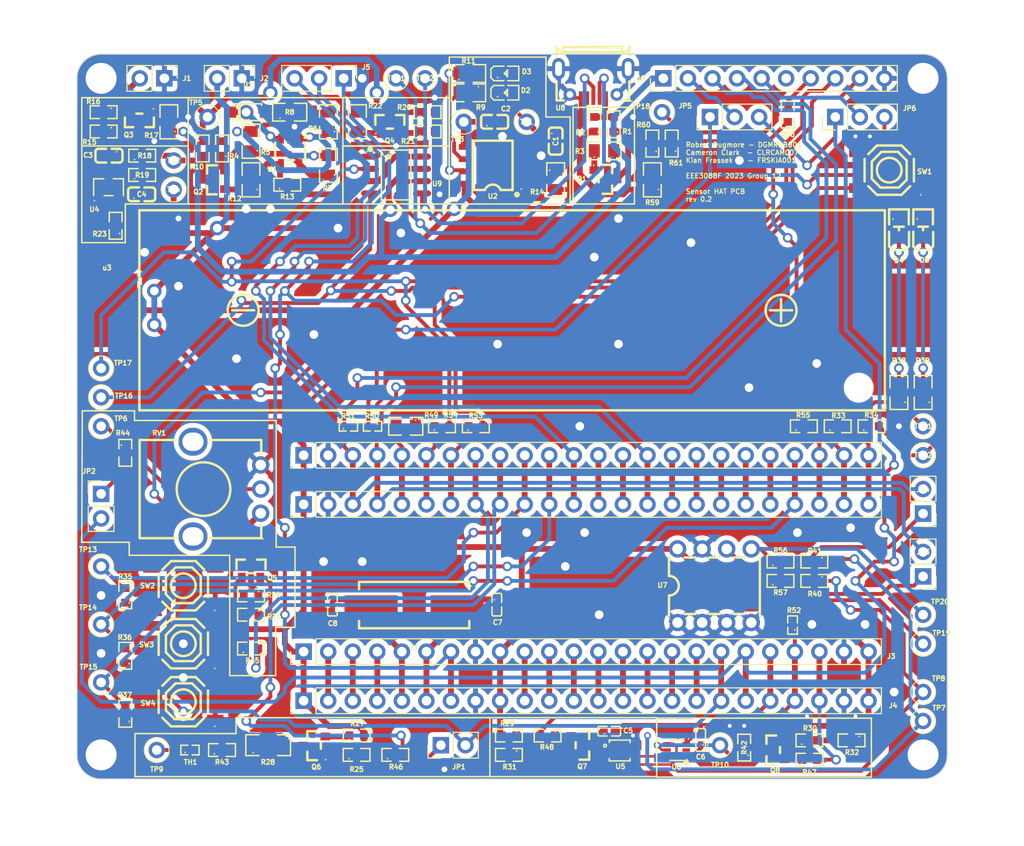
<source format=kicad_pcb>
(kicad_pcb (version 20221018) (generator pcbnew)
  (title_block (title "Sensor HAT PCB") (date "2023-04-02") (rev "0.2"))
  (layers (0 "F.Cu" signal) (31 "B.Cu" signal) (34 "B.Paste" user) (35 "F.Paste" user) (36 "B.SilkS" user "B.Silkscreen") (37 "F.SilkS" user "F.Silkscreen") (38 "B.Mask" user) (39 "F.Mask" user) (44 "Edge.Cuts" user))
  (net 0 "")
  (net 1 "GND")
  (net 2 "/Power/Plug_Detect_5V")
  (net 3 "Net-(J1-Pin_2)")
  (net 4 "Net-(U4-VO)")
  (net 5 "Net-(D1-Pad2)")
  (net 6 "Net-(U1--)")
  (net 7 "Net-(D2-K)")
  (net 8 "Net-(D3-K)")
  (net 9 "Net-(D4-A)")
  (net 10 "Net-(D5-A)")
  (net 11 "+3V3")
  (net 12 "/Microcontroller/uc2")
  (net 13 "/Microcontroller/uc3")
  (net 14 "/Microcontroller/uc4")
  (net 15 "/Microcontroller/OSC_OUT")
  (net 16 "/Microcontroller/OSC_IN")
  (net 17 "/Microcontroller/NSRT")
  (net 18 "/Microcontroller/uc10")
  (net 19 "/Microcontroller/uc11")
  (net 20 "/Microcontroller/uc12")
  (net 21 "/Microcontroller/uc13")
  (net 22 "/Microcontroller/uc14")
  (net 23 "/Microcontroller/LED1")
  (net 24 "/Microcontroller/LED2")
  (net 25 "/Microcontroller/uc17")
  (net 26 "/Microcontroller/THM_uc")
  (net 27 "/Microcontroller/POT_uc")
  (net 28 "/Microcontroller/POT_P")
  (net 29 "/Microcontroller/Plg_Dtct")
  (net 30 "/Microcontroller/uc15")
  (net 31 "/Microcontroller/INT")
  (net 32 "/Microcontroller/SW1")
  (net 33 "/Microcontroller/SW2")
  (net 34 "/Microcontroller/SW3")
  (net 35 "/Microcontroller/uc16")
  (net 36 "/Microcontroller/uc31")
  (net 37 "/Microcontroller/uc32")
  (net 38 "/Microcontroller/uc33")
  (net 39 "/Microcontroller/SWDIO")
  (net 40 "/Microcontroller/uc35")
  (net 41 "/Microcontroller/uc36")
  (net 42 "/Microcontroller/SWCLK")
  (net 43 "/Microcontroller/THM_P")
  (net 44 "/Microcontroller/Lght_P")
  (net 45 "/Microcontroller/TeHu_P")
  (net 46 "/Microcontroller/Tx")
  (net 47 "/Microcontroller/Rx")
  (net 48 "/Microcontroller/BOOT0")
  (net 49 "/Microcontroller/SCL_uc")
  (net 50 "/Microcontroller/SDA_uc")
  (net 51 "+5V")
  (net 52 "/USB/Main_Analogue_Data_Read")
  (net 53 "/USB/Secondary_Analogue_Data_Read")
  (net 55 "/Microcontroller/Plug_Detect")
  (net 56 "/Microcontroller/THM")
  (net 57 "/Microcontroller/POT")
  (net 58 "/Microcontroller/SCL")
  (net 59 "/Microcontroller/SDA")
  (net 60 "Net-(Q1-D)")
  (net 61 "Net-(Q1-G)")
  (net 62 "/Power/3.3V UVLO{slash}polarity protector")
  (net 63 "Net-(Q2-G)")
  (net 64 "/Power/polarity protected battery voltage")
  (net 65 "Net-(Q3-D)")
  (net 66 "Net-(Q3-G)")
  (net 67 "Net-(Q4-D)")
  (net 68 "Net-(Q4-G)")
  (net 69 "Net-(Q5-S)")
  (net 70 "Net-(Q5-D)")
  (net 71 "/Microcontroller/Potentiometer_powerenable")
  (net 72 "Net-(Q6-S)")
  (net 73 "Net-(Q6-D)")
  (net 74 "/Microcontroller/Thermistor_powerenable")
  (net 75 "Net-(Q7-S)")
  (net 76 "/Microcontroller/TemperatureHumidity_powerenable")
  (net 77 "Net-(Q8-S)")
  (net 78 "/Microcontroller/Light_powerenable")
  (net 79 "Net-(U1-+)")
  (net 80 "Net-(U2-STDBY#)")
  (net 81 "Net-(U2-CHRG)")
  (net 82 "Net-(R12-Pad2)")
  (net 83 "Net-(U2-PROG)")
  (net 84 "/Microcontroller/Thermistor_signal")
  (net 85 "Net-(R33-Pad2)")
  (net 86 "Net-(R34-Pad2)")
  (net 87 "Net-(R35-Pad1)")
  (net 88 "Net-(R36-Pad1)")
  (net 89 "Net-(R37-Pad1)")
  (net 90 "/Sensors/Light_SCL")
  (net 91 "/Sensors/Light_SDA")
  (net 92 "/Sensors/Light_interrupt")
  (net 93 "/Microcontroller/Potentiometer_signal")
  (net 94 "Net-(U7-SDA)")
  (net 95 "Net-(U7-SCL)")
  (net 96 "Net-(J6-Pin_7)")
  (net 97 "Net-(U8-D-)")
  (net 98 "Net-(U8-D+)")
  (net 103 "Net-(R59-Pad2)")
  (net 104 "/Microcontroller/Tx_uc")
  (net 105 "/Microcontroller/Rx_uc")
  (net 106 "Net-(U4-VI)")
  (net 107 "Net-(Q7-D)")
  (net 108 "Net-(Q8-D)")
  (net 109 "Net-(Q2-S)")
  (net 110 "/Microcontroller/uc29")
  (net 111 "/Microcontroller/uc30")
  (footprint "CustomFootprints:STM32F051C6_female_header" (layer "F.Cu") (at 130.98 79.2 90)
    (fp_text reference "J3")
    (fp_text value "STM32F051C6_female_header")
  )
  (footprint "JLCPartFootprints:R0402" (layer "F.Cu") (at 179 84.067183 90)
    (fp_text reference "R52")
    (fp_text value "8.2k")
  )
  (footprint "JLCPartFootprints:R0603" (layer "F.Cu") (at 149.666634 97.5 180)
    (fp_text reference "R31")
    (fp_text value "0")
  )
  (footprint "JLCPartFootprints:R0603" (layer "F.Cu") (at 123 86.5)
    (fp_text reference "R45")
    (fp_text value "0")
  )
  (footprint "CustomFootprints:Testpoint" (layer "F.Cu") (at 118.5 31.5)
    (fp_text reference "TP5")
    (fp_text value "reverse polarity ")
  )
  (footprint "JLCPartFootprints:R0805" (layer "F.Cu") (at 192.5 60 90)
    (fp_text reference "R39")
    (fp_text value "1.2k")
  )
  (footprint "JLCPartFootprints:R0805" (layer "F.Cu") (at 131 32 90)
    (fp_text reference "R6")
    (fp_text value "2M")
  )
  (footprint "CustomFootprints:Testpoint" (layer "F.Cu") (at 107.5 84)
    (fp_text reference "TP14")
    (fp_text value "Switch 2")
  )
  (footprint "JLCPartFootprints:R0603" (layer "F.Cu") (at 181.253366 79.5 180)
    (fp_text reference "R40")
    (fp_text value "0")
  )
  (footprint "CustomFootprints:Testpoint" (layer "F.Cu") (at 107.5 78)
    (fp_text reference "TP13")
    (fp_text value "Switch 1")
  )
  (footprint "JLCPartFootprints:R0805" (layer "F.Cu") (at 145.5 27)
    (fp_text reference "R11")
    (fp_text value "1.2k")
  )
  (footprint "JLCPartFootprints:LED0805-R-RD" (layer "F.Cu") (at 192.5 43.050292 90)
    (fp_text reference "D5")
    (fp_text value "LED_white")
  )
  (footprint "CustomFootprints:Testpoint" (layer "F.Cu") (at 107.5 90)
    (fp_text reference "TP15")
    (fp_text value "Switch 3")
  )
  (footprint "JLCPartFootprints:R0402" (layer "F.Cu") (at 135.567183 63.5 180)
    (fp_text reference "R50")
    (fp_text value "3.9k")
  )
  (footprint "JLCPartFootprints:R0805" (layer "F.Cu") (at 164.5 38 90)
    (fp_text reference "R59")
    (fp_text value "10k")
  )
  (footprint "JLCPartFootprints:R0603" (layer "F.Cu") (at 111.746634 35.5)
    (fp_text reference "R18")
    (fp_text value "0")
  )
  (footprint "CustomFootprints:Testpoint" (layer "F.Cu") (at 138 27.5)
    (fp_text reference "TP21")
    (fp_text value "USB D-")
  )
  (footprint "JLCPartFootprints:R0603" (layer "F.Cu") (at 153.666634 95.5 180)
    (fp_text reference "R48")
    (fp_text value "0")
  )
  (footprint "CustomFootprints:Testpoint" (layer "F.Cu") (at 192.5 94)
    (fp_text reference "TP7")
    (fp_text value "Sensors SDA")
  )
  (footprint "Connector_PinHeader_2.54mm:PinHeader_1x02_P2.54mm_Vertical" (layer "F.Cu") (at 114.04 27.5 -90)
    (fp_text reference "J1")
    (fp_text value "01x02_male_header")
  )
  (footprint "JLCPartFootprints:SOD-123_L2.8-W1.8-LS3.7-RD" (layer "F.Cu") (at 122.692405 31)
    (fp_text reference "D1")
    (fp_text value "zener diode")
  )
  (footprint "JLCPartFootprints:RES-ADJ-TH_RK09K1130AJ3" (layer "F.Cu") (at 120.5 70 90)
    (fp_text reference "RV1")
    (fp_text value "R_Potentiometer")
  )
  (footprint "CustomFootprints:Testpoint" (layer "F.Cu") (at 151.5 32)
    (fp_text reference "TP1")
    (fp_text value "5v")
  )
  (footprint "JLCPartFootprints:R0603" (layer "F.Cu") (at 133.92 95.5)
    (fp_text reference "R27")
    (fp_text value "0")
  )
  (footprint "JLCPartFootprints:SOT-363_L2.0-W1.3-P0.65-LS2.1-BL" (layer "F.Cu") (at 167.010008 97 90)
    (fp_text reference "U6")
    (fp_text value "LTR-303ALS-01")
  )
  (footprint "JLCPartFootprints:R0603" (layer "F.Cu") (at 110 93.246634 90)
    (fp_text reference "R37")
    (fp_text value "0")
  )
  (footprint "Connector_PinHeader_2.54mm:PinHeader_1x02_P2.54mm_Vertical" (layer "F.Cu") (at 192.5 72.54 180)
    (fp_text reference "JP4")
    (fp_text value "01x02_male_header_jumper")
  )
  (footprint "JLCPartFootprints:R0603" (layer "F.Cu") (at 137.92 97.5)
    (fp_text reference "R46")
    (fp_text value "0")
  )
  (footprint "JLCPartFootprints:R0603" (layer "F.Cu") (at 185.096621 96 180)
    (fp_text reference "R32")
    (fp_text value "0")
  )
  (footprint "JLCPartFootprints:LED0603-RD" (layer "F.Cu") (at 149.299467 28.996571)
    (fp_text reference "D2")
    (fp_text value "LED_green")
  )
  (footprint "JLCPartFootprints:R0603" (layer "F.Cu") (at 158.5 32.246634 90)
    (fp_text reference "R2")
    (fp_text value "0")
  )
  (footprint "JLCPartFootprints:SW-SMD_4P-L5.1-W5.1-P3.70-LS6.5-TL-2" (layer "F.Cu") (at 189 37 180)
    (fp_text reference "SW1")
    (fp_text value "Reset switch")
  )
  (footprint "JLCPartFootprints:ESOP-8_L4.9-W3.9-P1.27-LS6.0-BL-EP" (layer "F.Cu") (at 148 36.5 90)
    (fp_text reference "U2")
    (fp_text value "Battery Charger")
  )
  (footprint "JLCPartFootprints:R0603" (layer "F.Cu") (at 107.753366 31 180)
    (fp_text reference "R16")
    (fp_text value "0")
  )
  (footprint "CustomFootprints:Testpoint" (layer "F.Cu") (at 192.5 83)
    (fp_text reference "TP20")
    (fp_text value "EEPROM SCL")
  )
  (footprint "JLCPartFootprints:R0603" (layer "F.Cu") (at 177.753366 77.5)
    (fp_text reference "R56")
    (fp_text value "0")
  )
  (footprint "Connector_PinHeader_2.54mm:PinHeader_1x02_P2.54mm_Vertical" (layer "F.Cu") (at 192.5 79.04 180)
    (fp_text reference "JP3")
    (fp_text value "01x02_male_header_jumper")
  )
  (footprint "JLCPartFootprints:R0603" (layer "F.Cu") (at 180.746634 96)
    (fp_text reference "R30")
    (fp_text value "0")
  )
  (footprint "JLCPartFootprints:R0603" (layer "F.Cu") (at 180.166634 63.5)
    (fp_text reference "R55")
    (fp_text value "0")
  )
  (footprint "JLCPartFootprints:R0603" (layer "F.Cu") (at 146.246634 63.5)
    (fp_text reference "R53")
    (fp_text value "0")
  )
  (footprint "JLCPartFootprints:R0603" (layer "F.Cu") (at 120 97)
    (fp_text reference "R43")
    (fp_text value "0")
  )
  (footprint "JLCPartFootprints:SOT-23_L2.9-W1.3-P1.90-LS2.4-BR" (layer "F.Cu") (at 137.356719 31.999949 -90)
    (fp_text reference "Q4")
    (fp_text value "AO3401A")
  )
  (footprint "JLCPartFootprints:R0603" (layer "F.Cu") (at 181.253366 77.5 180)
    (fp_text reference "R41")
    (fp_text value "0")
  )
  (footprint "JLCPartFootprints:R0603" (layer "F.Cu") (at 160.5 32.253366 90)
    (fp_text reference "R1")
    (fp_text value "0")
  )
  (footprint "JLCPartFootprints:R0805" (layer "F.Cu") (at 145.5 29 180)
    (fp_text reference "R9")
    (fp_text value "1.2k")
  )
  (footprint "JLCPartFootprints:R0603" (layer "F.Cu") (at 187.166634 63.5)
    (fp_text reference "R34")
    (fp_text value "0")
  )
  (footprint "CustomFootprints:Testpoint" (layer "F.Cu") (at 192.5 91)
    (fp_text reference "TP8")
    (fp_text value "Sensors SCL")
  )
  (footprint "JLCPartFootprints:R0603" (layer "F.Cu") (at 126.753366 38.5)
    (fp_text reference "R13")
    (fp_text value "3M")
  )
  (footprint "CustomFootprints:Testpoint" (layer "F.Cu") (at 107.5 63.5)
    (fp_text reference "TP6")
    (fp_text value "Pot ADC")
  )
  (footprint "JLCPartFootprints:R0805" (layer "F.Cu") (at 123 34 90)
    (fp_text reference "R5")
    (fp_text value "1M")
  )
  (footprint "JLCPartFootprints:R0603" (layer "F.Cu") (at 123 81 180)
    (fp_text reference "R24")
    (fp_text value "0")
  )
  (footprint "JLCPartFootprints:R0603" (layer "F.Cu") (at 111.746634 37.5)
    (fp_text reference "R19")
    (fp_text value "0")
  )
  (footprint "JLCPartFootprints:SOT-23_L2.9-W1.3-P1.90-LS2.4-BR" (layer "F.Cu") (at 123 78 -90)
    (fp_text reference "Q5")
    (fp_text value "AO3401A")
  )
  (footprint "JLCPartFootprints:DFN-6_L2.0-W2.0-P0.50-BL-EP" (layer "F.Cu") (at 161.119974 97.049936 -90)
    (fp_text reference "U5")
    (fp_text value "GXHTC3")
  )
  (footprint "JLCPartFootprints:SW-SMD_4P-L5.1-W5.1-P3.70-LS6.5-TL-2" (layer "F.Cu") (at 116 92 180)
    (fp_text reference "SW4")
    (fp_text value "Switch")
  )
  (footprint "JLCPartFootprints:R0603" (layer "F.Cu") (at 142.746634 63.5)
    (fp_text reference "R54")
    (fp_text value "0")
  )
  (footprint "JLCPartFootprints:R0402" (layer "F.Cu") (at 116.686183 97)
    (fp_text reference "TH1")
    (fp_text value "Thermistor")
  )
  (footprint "JLCPartFootprints:C0603" (layer "F.Cu") (at 148.200025 32)
    (fp_text reference "C2")
    (fp_text value "10u")
  )
  (footprint "CustomFootprints:Testpoint" (layer "F.Cu") (at 171.5 96.5)
    (fp_text reference "TP10")
    (fp_text value "Light Interrupt")
  )
  (footprint "JLCPartFootprints:R0603" (layer "F.Cu") (at 178.5 31.246634 -90)
    (fp_text reference "R58")
    (fp_text value "0")
  )
  (footprint "JLCPartFootprints:R0402" (layer "F.Cu") (at 133.067183 63.5)
    (fp_text reference "R51")
    (fp_text value "3.9k")
  )
  (footprint "JLCPartFootprints:R0603" (layer "F.Cu") (at 120 34.753366 90)
    (fp_text reference "R4")
    (fp_text value "0")
  )
  (footprint "JLCPartFootprints:C0402" (layer "F.Cu") (at 131.42 81.954915 -90)
    (fp_text reference "C8")
    (fp_text value "33pF")
  )
  (footprint "CustomFootprints:Testpoint" (layer "F.Cu") (at 115 39)
    (fp_text reference "TP4")
    (fp_text value "3.3v out")
  )
  (footprint "JLCPartFootprints:R0805" (layer "F.Cu") (at 127 31)
    (fp_text reference "R8")
    (fp_text value "10k")
  )
  (footprint "JLCPartFootprints:R0603" (layer "F.Cu") (at 164.5 34.246634 90)
    (fp_text reference "R60")
    (fp_text value "20k")
  )
  (footprint "JLCPartFootprints:SOT-23_L2.9-W1.3-P1.90-LS2.4-BR" (layer "F.Cu") (at 159.650013 37.950013 180)
    (fp_text reference "Q1")
    (fp_text value "AO3401A")
  )
  (footprint "JLCPartFootprints:R1206" (layer "F.Cu") (at 124.774575 96.5)
    (fp_text reference "R28")
    (fp_text value "100k")
  )
  (footprint "Connector_PinHeader_2.54mm:PinHeader_1x02_P2.54mm_Vertical" (layer "F.Cu") (at 107.5 70.5)
    (fp_text reference "JP2")
    (fp_text value "01x02_male_header_jumper")
  )
  (footprint "JLCPartFootprints:R0603" (layer "F.Cu") (at 180.753366 98)
    (fp_text reference "R47")
    (fp_text value "0")
  )
  (footprint "JLCPartFootprints:R0603" (layer "F.Cu") (at 110 87.246634 90)
    (fp_text reference "R36")
    (fp_text value "0")
  )
  (footprint "Connector_PinHeader_2.54mm:PinHeader_1x03_P2.54mm_Vertical" (layer "F.Cu") (at 132.58 27.5 -90)
    (fp_text reference "J5")
    (fp_text value "STM-link_debugger")
  )
  (footprint "JLCPartFootprints:R0603" (layer "F.Cu") (at 133.92 97.5)
    (fp_text reference "R25")
    (fp_text value "0")
  )
  (footprint "Connector_PinHeader_2.54mm:PinHeader_1x03_P2.54mm_Vertical" (layer "F.Cu") (at 183.42 31.5 90)
    (fp_text reference "JP6")
    (fp_text value "01x03_male_header_jumper")
  )
  (footprint "CustomFootprints:STM32F051C6_testpoints" (layer "F.Cu") (at 130.98 79.2 90)
    (fp_text reference "J4")
    (fp_text value "STM32F051C6_testpoints")
  )
  (footprint "CustomFootprints:Testpoint" (layer "F.Cu") (at 192.5 63.5)
    (fp_text reference "TP11")
    (fp_text value "LED 1")
  )
  (footprint "JLCPartFootprints:SW-SMD_4P-L5.1-W5.1-P3.70-LS6.5-TL-2" (layer "F.Cu") (at 116 80 180)
    (fp_text reference "SW2")
    (fp_text value "Switch")
  )
  (footprint "JLCPartFootprints:R0603" (layer "F.Cu") (at 177.753366 79.5)
    (fp_text reference "R57")
    (fp_text value "0")
  )
  (footprint "JLCPartFootprints:LED0603-RD" (layer "F.Cu") (at 149.299467 26.996571)
    (fp_text reference "D3")
    (fp_text value "LED_red")
  )
  (footprint "JLCPartFootprints:C0402" (layer "F.Cu") (at 148.42 81.954915 -90)
    (fp_text reference "C7")
    (fp_text value "33pF")
  )
  (footprint "JLCPartFootprints:R0603" (layer "F.Cu") (at 183.666634 63.5)
    (fp_text reference "R33")
    (fp_text value "0")
  )
  (footprint "JLCPartFootprints:R0805" (layer "F.Cu") (at 159.5 35)
    (fp_text reference "R3")
    (fp_text value "1.2k")
  )
  (footprint "JLCPartFootprints:R0603" (layer "F.Cu") (at 109 42.753366 90)
    (fp_text reference "R23")
    (fp_text value "0")
  )
  (footprint "JLCPartFootprints:R0805" (layer "F.Cu") (at 190 60 90)
    (fp_text reference "R38")
    (fp_text value "1.2k")
  )
  (footprint "JLCPartFootprints:SOT-23_L2.9-W1.3-P1.90-LS2.4-BR" (layer "F.Cu") (at 129.523353 96.549987)
    (fp_text reference "Q6")
    (fp_text value "AO3401A")
  )
  (footprint "JLCPartFootprints:C0603" (layer "F.Cu") (at 111.700025 39.5)
    (fp_text reference "C4")
    (fp_text value "10u")
  )
  (footprint "JLCPartFootprints:R0805" (layer "F.Cu") (at 131 36.5 90)
    (fp_text reference "R7")
    (fp_text value "27.5k")
  )
  (footprint "JLCPartFootprints:CRYSTAL-SMD_L11.5-W4.8-LS12.7" (layer "F.Cu") (at 139.870089 82 180)
    (fp_text reference "Y1")
    (fp_text value "Crystal")
  )
  (footprint "CustomFootprints:Testpoint" (layer "F.Cu") (at 141 27.5)
    (fp_text reference "TP22")
    (fp_text value "USB D+")
  )
  (footprint "CustomFootprints:Testpoint" (layer "F.Cu") (at 107.5 60.5)
    (fp_text reference "TP16")
    (fp_text value "uc Tx")
  )
  (footprint "JLCPartFootprints:BATTERY-SMD_18650-1S-L77.1-W20.7-1" (layer "F.Cu") (at 150 51.5 -90)
    (fp_text reference "u3")
    (fp_text value "battery holder")
  )
  (footprint "JLCPartFootprints:R0603" (layer "F.Cu") (at 141.253366 33)
    (fp_text reference "R21")
    (fp_text value "0")
  )
  (footprint "JLCPartFootprints:SOT-23_L2.9-W1.3-P1.90-LS2.4-BR" (layer "F.Cu") (at 177 97.000051)
    (fp_text reference "Q8")
    (fp_text value "AO3401A")
  )
  (footprint "JLCPartFootprints:C0402" (layer "F.Cu") (at 169.5 95.954915 90)
    (fp_text reference "C6")
    (fp_text value "1u")
  )
  (footprint "JLCPartFootprints:SOT-23_L2.9-W1.3-P1.90-LS2.4-BR" (layer "F.Cu") (at 157.269987 96.499949 180)
    (fp_text reference "Q7")
    (fp_text value "AO3401A")
  )
  (footprint "JLCPartFootprints:R0805" (layer "F.Cu") (at 123 38 90)
    (fp_text reference "R12")
    (fp_text value "1M")
  )
  (footprint "JLCPartFootprints:SW-SMD_4P-L5.1-W5.1-P3.70-LS6.5-TL-2" (layer "F.Cu") (at 116 86 180)
    (fp_text reference "SW3")
    (fp_text value "Switch")
  )
  (footprint "JLCPartFootprints:R0603" (layer "F.Cu") (at 107.753366 33 180)
    (fp_text reference "R15")
    (fp_text value "0")
  )
  (footprint "JLCPartFootprints:R0805" (layer "F.Cu") (at 139 63.5 180)
    (fp_text reference "R49")
    (fp_text value "10k")
  )
  (footprint "JLCPartFootprints:MICRO-USB-SMD_MICROXNJ" (layer "F.Cu") (at 158.400051 28.021336 180)
    (fp_text reference "U8")
    (fp_text value "usb")
  )
  (footprint "JLCPartFootprints:C0603" (layer "F.Cu") (at 154.5 34 -90)
    (fp_text reference "C1")
    (fp_text value "10u")
  )
  (footprint "CustomFootprints:Testpoint" (layer "F.Cu") (at 192.5 86)
    (fp_text reference "TP19")
    (fp_text value "EEPROM SDA")
  )
  (footprint "JLCPartFootprints:C0402" (layer "F.Cu") (at 160.045085 95.049936)
    (fp_text reference "C5")
    (fp_text value "100n")
  )
  (footprint "JLCPartFootprints:R0603" (layer "F.Cu") (at 123 83 180)
    (fp_text reference "R26")
    (fp_text value "0")
  )
  (footprint "JLCPartFootprints:SOT-23-5_L3.0-W1.7-P0.95-LS2.8-BR" (layer "F.Cu") (at 127.050038 35.050038 90)
    (fp_text reference "U1")
    (fp_text value "LMV321IDBVR")
  )
  (footprint "CustomFootprints:Testpoint" (layer "F.Cu") (at 145 32)
    (fp_text reference "TP3")
    (fp_text value "battery charger")
  )
  (footprint "JLCPartFootprints:SOT-23_L2.9-W1.3-P1.90-LS2.4-BR" (layer "F.Cu") (at 111.456745 31.849987 90)
    (fp_text reference "Q3")
    (fp_text value "AO3401A")
  )
  (footprint "JLCPartFootprints:R0805" (layer "F.Cu") (at 154.5 38 -90)
    (fp_text reference "R14")
    (fp_text value "1.2k")
  )
  (footprint "JLCPartFootprints:SOP-8_L4.9-W3.9-P1.27-LS6.0-BL" (layer "F.Cu") (at 138 37.5 -90)
    (fp_text reference "U9")
    (fp_text value "HT42B534-2")
  )
  (footprint "Connector_PinHeader_2.54mm:PinHeader_1x02_P2.54mm_Vertical" (layer "F.Cu") (at 122.04 27.5 -90)
    (fp_text reference "J2")
    (fp_text value "01x02_male_header")
  )
  (footprint "JLCPartFootprints:C0603" (layer "F.Cu") (at 108.299975 35.5 180)
    (fp_text reference "C3")
    (fp_text value "10u")
  )
  (footprint "JLCPartFootprints:R0603" (layer "F.Cu") (at 110 81 90)
    (fp_text reference "R35")
    (fp_text value "0")
  )
  (footprint "Connector_PinHeader_2.54mm:PinHeader_1x10_P2.54mm_Vertical" (layer "F.Cu") (at 165.64 27.5 90)
    (fp_text reference "J6")
    (fp_text value "01x10_male_header")
  )
  (footprint "CustomFootprints:Testpoint" (layer "F.Cu") (at 165.5 31)
    (fp_text reference "TP18")
    (fp_text value "Plug Detect")
  )
  (footprint "Connector_PinHeader_2.54mm:PinHeader_1x03_P2.54mm_Vertical" (layer "F.Cu") (at 170.46 31.5 90)
    (fp_text reference "JP5")
    (fp_text value "01x03_male_header_jumper")
  )
  (footprint "JLCPartFootprints:R0603" (layer "F.Cu") (at 149.666634 95.5 180)
    (fp_text reference "R29")
    (fp_text value "0")
  )
  (footprint "JLCPartFootprints:R0603" (layer "F.Cu") (at 141.253366 31)
    (fp_text reference "R20")
    (fp_text value "0")
  )
  (footprint "CustomFootprints:Testpoint" (layer "F.Cu") (at 107.5 57.5)
    (fp_text reference "TP17")
    (fp_text value "uc Rx")
  )
  (footprint "JLCPartFootprints:R0603" (layer "F.Cu") (at 110 66.246634 -90)
    (fp_text reference "R44")
    (fp_text value "0")
  )
  (footprint "JLCPartFootprints:LED0805-R-RD" (layer "F.Cu") (at 190 43.050292 90)
    (fp_text reference "D4")
    (fp_text value "LED_white")
  )
  (footprint "JLCPartFootprints:PDIP-8_L9.3-W6.4-P2.54-LS7.6-BL" (layer "F.Cu") (at 170.92 80)
    (fp_text reference "U7")
    (fp_text value "24LC256")
  )
  (footprint "Connector_PinHeader_2.54mm:PinHeader_1x02_P2.54mm_Vertical" (layer "F.Cu") (at 142.633366 96.5 90)
    (fp_text reference "JP1")
    (fp_text value "01x02_male_header_jumper")
  )
  (footprint "JLCPartFootprints:R0603" (layer "F.Cu") (at 118 34.753366 -90)
    (fp_text reference "R10")
    (fp_text value "0")
  )
  (footprint "JLCPartFootprints:R0805" (layer "F.Cu") (at 114.506732 32 90)
    (fp_text reference "R17")
    (fp_text value "1.2k")
  )
  (footprint "JLCPartFootprints:SOT-23_L2.9-W1.3-P1.90-LS2.4-BR" (layer "F.Cu") (at 119.150013 38.000051)
    (fp_text reference "Q2")
    (fp_text value "AO3401A")
  )
  (footprint "JLCPartFootprints:R0805" (layer "F.Cu") (at 134.006732 32 90)
    (fp_text reference "R22")
    (fp_text value "1.2k")
  )
  (footprint "JLCPartFootprints:R0603" (layer "F.Cu") (at 166.5 34.246634 90)
    (fp_text reference "R61")
    (fp_text value "0")
  )
  (footprint "CustomFootprints:Testpoint" (layer "F.Cu") (at 115 36)
    (fp_text reference "TP2")
    (fp_text value "UVLO")
  )
  (footprint "JLCPartFootprints:SOT-23-3_L2.9-W1.6-P1.90-LS2.8-BR" (layer "F.Cu") (at 108.264923 38.764923 -90)
    (fp_text reference "U4")
    (fp_text value "XC6206PxxxMR")
  )
  (footprint "CustomFootprints:Testpoint" (layer "F.Cu") (at 192.5 66.5)
    (fp_text reference "TP12")
    (fp_text value "LED 2")
  )
  (footprint "CustomFootprints:Testpoint" (layer "F.Cu") (at 113.253366 97)
    (fp_text reference "TP9")
    (fp_text value "Therm ADC")
  )
  (footprint "JLCPartFootprints:R0603" (layer "F.Cu") (at 174 96.746634 90)
    (fp_text reference "R42")
    (fp_text value "0")
  )
  (gr_line (start 125.55 84.3) (end 127.55 84.3) (stroke (width 0.15)) (layer "F.SilkS"))
  (gr_line (start 105.5 34.5) (end 105.5 44.5) (stroke (width 0.15)) (layer "F.SilkS"))
  (gr_line (start 116.5 34.5) (end 116.5 40.5) (stroke (width 0.15)) (layer "F.SilkS"))
  (gr_line (start 125.55 89.3) (end 125.55 84.3) (stroke (width 0.15)) (layer "F.SilkS"))
  (gr_line (start 105.5 75.5) (end 110.4 75.5) (stroke (width 0.15)) (layer "F.SilkS"))
  (gr_line (start 153.5 31.5) (end 156 31.5) (stroke (width 0.15)) (layer "F.SilkS"))
  (gr_line (start 156 31.5) (end 156 40.5) (stroke (width 0.15)) (layer "F.SilkS"))
  (gr_line (start 110 40.5) (end 110 44.5) (stroke (width 0.15)) (layer "F.SilkS"))
  (gr_line (start 143.5 40.5) (end 143.5 25.3) (stroke (width 0.15)) (layer "F.SilkS"))
  (gr_line (start 121.45 95.3) (end 111 95.3) (stroke (width 0.15)) (layer "F.SilkS"))
  (gr_line (start 111 99.75) (end 147.7 99.75) (stroke (width 0.15)) (layer "F.SilkS"))
  (gr_line (start 127.55 76) (end 125.6 76) (stroke (width 0.15)) (layer "F.SilkS"))
  (gr_line (start 105.5 44.5) (end 106.5 44.5) (stroke (width 0.15)) (layer "F.SilkS"))
  (gr_line (start 121.45 93.65) (end 121.45 95.3) (stroke (width 0.15)) (layer "F.SilkS"))
  (gr_line (start 110.4 75.5) (end 110.4 76.85) (stroke (width 0.15)) (layer "F.SilkS"))
  (gr_line (start 110.4 76.85) (end 120.8 76.85) (stroke (width 0.15)) (layer "F.SilkS"))
  (gr_line (start 110 44.5) (end 106.5 44.5) (stroke (width 0.15)) (layer "F.SilkS"))
  (gr_line (start 125.6 62.9) (end 110.95 62.9) (stroke (width 0.15)) (layer "F.SilkS"))
  (gr_line (start 147.7 93.65) (end 121.45 93.65) (stroke (width 0.15)) (layer "F.SilkS"))
  (gr_rect (start 147.7 93.65) (end 164.95 99.75) (stroke (width 0.15)) (fill none) (layer "F.SilkS"))
  (gr_rect (start 132.5 34.5) (end 143.5 40.5) (stroke (width 0.15)) (fill none) (layer "F.SilkS"))
  (gr_line (start 111 95.3) (end 111 99.75) (stroke (width 0.15)) (layer "F.SilkS"))
  (gr_line (start 156 40.5) (end 143.5 40.5) (stroke (width 0.15)) (layer "F.SilkS"))
  (gr_line (start 120.8 76.85) (end 120.8 89.3) (stroke (width 0.15)) (layer "F.SilkS"))
  (gr_rect (start 132.5 29.5) (end 143.5 34.5) (stroke (width 0.15)) (fill none) (layer "F.SilkS"))
  (gr_line (start 125.6 76) (end 125.6 62.9) (stroke (width 0.15)) (layer "F.SilkS"))
  (gr_line (start 127.55 84.3) (end 127.55 76) (stroke (width 0.15)) (layer "F.SilkS"))
  (gr_line (start 110.95 62.9) (end 110.95 61.9) (stroke (width 0.15)) (layer "F.SilkS"))
  (gr_line (start 120.8 89.3) (end 125.55 89.3) (stroke (width 0.15)) (layer "F.SilkS"))
  (gr_line (start 132.5 40.5) (end 132.5 34.5) (stroke (width 0.15)) (layer "F.SilkS"))
  (gr_rect (start 164.95 93.7) (end 187.15 99.8) (stroke (width 0.15)) (fill none) (layer "F.SilkS"))
  (gr_line (start 110.95 61.9) (end 105.55 61.9) (stroke (width 0.15)) (layer "F.SilkS"))
  (gr_rect (start 156.3 30.5) (end 162.65 40.5) (stroke (width 0.15)) (fill none) (layer "F.SilkS"))
  (gr_line (start 116.5 40.5) (end 132.5 40.5) (stroke (width 0.15)) (layer "F.SilkS"))
  (gr_line (start 153.5 25.3) (end 153.5 31.5) (stroke (width 0.15)) (layer "F.SilkS"))
  (gr_line (start 116.5 40.5) (end 110 40.5) (stroke (width 0.15)) (layer "F.SilkS"))
  (gr_line (start 105.55 61.9) (end 105.5 75.5) (stroke (width 0.15)) (layer "F.SilkS"))
  (gr_line (start 116.5 29.5) (end 132.5 29.5) (stroke (width 0.15)) (layer "F.SilkS"))
  (gr_line (start 143.5 25.3) (end 153.5 25.3) (stroke (width 0.15)) (layer "F.SilkS"))
  (gr_rect (start 105.5 29.5) (end 116.5 34.5) (stroke (width 0.15)) (fill none) (layer "F.SilkS"))
  (gr_arc (start 195 97.5) (mid 194.267767 99.267767) (end 192.5 100) (stroke (width 0.1)) (layer "Edge.Cuts"))
  (gr_arc (start 105 27.5) (mid 105.732233 25.732233) (end 107.5 25) (stroke (width 0.1)) (layer "Edge.Cuts"))
  (gr_arc (start 192.5 25) (mid 194.267767 25.732233) (end 195 27.5) (stroke (width 0.1)) (layer "Edge.Cuts"))
  (gr_line (start 105 97.5) (end 105 27.5) (stroke (width 0.1)) (layer "Edge.Cuts"))
  (gr_line (start 107.5 100) (end 192.5 100) (stroke (width 0.1)) (layer "Edge.Cuts"))
  (gr_arc (start 107.5 100) (mid 105.732233 99.267767) (end 105 97.5) (stroke (width 0.1)) (layer "Edge.Cuts"))
  (gr_line (start 195 27.5) (end 195 97.5) (stroke (width 0.1)) (layer "Edge.Cuts"))
  (gr_line (start 107.5 25) (end 192.5 25) (stroke (width 0.1)) (layer "Edge.Cuts"))
  (gr_text "Robert Dugmore - DGMROB001\nCameron Clark  - CLRCAM007\nKian Frassek    - FRSKIA001\n\nEEE3088F 2023 Group 12 \n\nSensor HAT PCB\nrev 0.2" (at 167.9 40.3) (layer "F.SilkS") (effects (font (size 0.5 0.5) (thickness 0.1) bold) (justify left bottom)))
  (segment (start 168 96.350013) (end 168.940183 95.40983) (width 0.25) (layer "F.Cu") (net 1))
  (segment (start 156.347727 29.542672) (end 155.975108 29.170053) (width 0.4) (layer "F.Cu") (net 1))
  (segment (start 168.940183 95.40983) (end 169.5 95.40983) (width 0.25) (layer "F.Cu") (net 1))
  (segment (start 130.98 66.5) (end 130.98 71.58) (width 0.6) (layer "F.Cu") (net 1))
  (segment (start 162 96.512512) (end 162 96) (width 0.25) (layer "F.Cu") (net 1))
  (segment (start 162 96) (end 161.049936 95.049936) (width 0.25) (layer "F.Cu") (net 1))
  (segment (start 157.100076 29.542672) (end 156.347727 29.542672) (width 0.4) (layer "F.Cu") (net 1))
  (segment (start 155.975108 29.475108) (end 156 29.5) (width 0.4) (layer "F.Cu") (net 1))
  (segment (start 161.049936 95.049936) (end 160.59017 95.049936) (width 0.25) (layer "F.Cu") (net 1))
  (segment (start 162.022292 96.534804) (end 163 96.534804) (width 0.25) (layer "F.Cu") (net 1))
  (segment (start 155.975108 29.170053) (end 155.975108 29.475108) (width 0.4) (layer "F.Cu") (net 1))
  (segment (start 157.100076 29.542672) (end 157.100076 31.399924) (width 0.4) (layer "F.Cu") (net 1))
  (segment (start 184.32 91.9) (end 184.32 86.82) (width 0.6) (layer "F.Cu") (net 1))
  (via (at 192.5 97.5) (size 3.6) (drill 3.2) (layers "F.Cu" "B.Cu") (net 1))
  (via (at 132 43) (size 1.5) (drill 0.9) (layers "F.Cu" "B.Cu") (net 1))
  (via (at 162.5 31.5) (size 1) (drill 0.6) (layers "F.Cu" "B.Cu") (net 1))
  (via (at 153 35.5) (size 1.5) (drill 0.9) (layers "F.Cu" "B.Cu") (net 1))
  (via (at 155.5 78) (size 1.5) (drill 0.9) (layers "F.Cu" "B.Cu") (net 1))
  (via (at 115.5 49) (size 1.5) (drill 0.9) (layers "F.Cu" "B.Cu") (net 1))
  (via (at 161 55) (size 1.5) (drill 0.9) (layers "F.Cu" "B.Cu") (net 1))
  (via (at 157 63.5) (size 1.5) (drill 0.9) (layers "F.Cu" "B.Cu") (net 1))
  (via (at 113 34) (size 1) (drill 0.6) (layers "F.Cu" "B.Cu") (net 1))
  (via (at 174.5 59.5) (size 1.5) (drill 0.9) (layers "F.Cu" "B.Cu") (net 1))
  (via (at 107.5 27.5) (size 3.6) (drill 3.2) (layers "F.Cu" "B.Cu") (net 1))
  (via (at 158.5 46) (size 1.5) (drill 0.9) (layers "F.Cu" "B.Cu") (net 1))
  (via (at 160.5 36.5) (size 1) (drill 0.6) (layers "F.Cu" "B.Cu") (net 1))
  (via (at 129.5 54) (size 1.5) (drill 0.9) (layers "F.Cu" "B.Cu") (net 1))
  (via (at 138.5 43.5) (size 1.5) (drill 0.9) (layers "F.Cu" "B.Cu") (net 1))
  (via (at 125 41) (size 1.5) (drill 0.9) (layers "F.Cu" "B.Cu") (net 1))
  (via (at 116 86) (size 1.5) (drill 0.9) (layers "F.Cu" "B.Cu") (net 1))
  (via (at 185.5 33.5) (size 0.7) (drill 0.4) (layers "F.Cu" "B.Cu") (net 1))
  (via (at 112 45.5) (size 1.5) (drill 0.9) (layers "F.Cu" "B.Cu") (net 1))
  (via (at 138 34.5) (size 1) (drill 0.6) (layers "F.Cu" "B.Cu") (net 1))
  (via (at 127.5 32.5) (size 1) (drill 0.6) (layers "F.Cu" "B.Cu") (net 1))
  (via (at 179.5 74.5) (size 1.5) (drill 0.9) (layers "F.Cu" "B.Cu") (net 1))
  (via (at 187 33.5) (size 0.7) (drill 0.4) (layers "F.Cu" "B.Cu") (net 1))
  (via (at 116.5 31.5) (size 1) (drill 0.6) (layers "F.Cu" "B.Cu") (net 1))
  (via (at 181.5 57) (size 1.5) (drill 0.9) (layers "F.Cu" "B.Cu") (net 1))
  (via (at 190 63.5) (size 1) (drill 0.6) (layers "F.Cu" "B.Cu") (net 1))
  (via (at 134.5 27.5) (size 1.5) (drill 0.9) (layers "F.Cu" "B.Cu") (net 1))
  (via (at 142.5 39.5) (size 1) (drill 0.6) (layers "F.Cu" "B.Cu") (net 1))
  (via (at 107.5 81) (size 1.5) (drill 0.9) (layers "F.Cu" "B.Cu") (net 1))
  (via (at 149 33.5) (size 1.5) (drill 0.9) (layers "F.Cu" "B.Cu") (net 1))
  (via (at 115.5 42) (size 1) (drill 0.6) (layers "F.Cu" "B.Cu") (net 1))
  (via (at 143 99) (size 1) (drill 0.6) (layers "F.Cu" "B.Cu") (net 1))
  (via (at 130.5 77.5) (size 1.5) (drill 0.9) (layers "F.Cu" "B.Cu") (net 1))
  (via (at 186.5 84) (size 1.5) (drill 0.9) (layers "F.Cu" "B.Cu") (net 1))
  (via (at 180.5 93.5) (size 0.7) (drill 0.4) (layers "F.Cu" "B.Cu") (net 1))
  (via (at 162.5 95.5) (size 0.7) (drill 0.4) (layers "F.Cu" "B.Cu") (net 1))
  (via (at 142 29.5) (size 1) (drill 0.6) (layers "F.Cu" "B.Cu") (net 1))
  (via (at 185 74) (size 1.5) (drill 0.9) (layers "F.Cu" "B.Cu") (net 1))
  (via (at 134.5 77.5) (size 1.5) (drill 0.9) (layers "F.Cu" "B.Cu") (net 1))
  (via (at 116 89.5) (size 1.5) (drill 0.9) (layers "F.Cu" "B.Cu") (net 1))
  (via (at 148.5 55) (size 1.5) (drill 0.9) (layers "F.Cu" "B.Cu") (net 1))
  (via (at 107.5 87) (size 1.5) (drill 0.9) (layers "F.Cu" "B.Cu") (net 1))
  (via (at 107.5 97.5) (size 3.6) (drill 3.2) (layers "F.Cu" "B.Cu") (net 1))
  (via (at 181 84) (size 1.5) (drill 0.9) (layers "F.Cu" "B.Cu") (net 1))
  (via (at 172.5 94.5) (size 0.7) (drill 0.4) (layers "F.Cu" "B.Cu") (net 1))
  (via (at 189.5 91) (size 1.5) (drill 0.9) (layers "F.Cu" "B.Cu") (net 1))
  (via (at 159 83) (size 1.5) (drill 0.9) (layers "F.Cu" "B.Cu") (net 1))
  (via (at 168.5 44.5) (size 1.5) (drill 0.9) (layers "F.Cu" "B.Cu") (net 1))
  (via (at 161 42) (size 1.5) (drill 0.9) (layers "F.Cu" "B.Cu") (net 1))
  (via (at 122.5 41) (size 1.5) (drill 0.9) (layers "F.Cu" "B.Cu") (net 1))
  (via (at 192.5 27.5) (size 3.6) (drill 3.2) (layers "F.Cu" "B.Cu") (net 1))
  (via (at 157.5 74.5) (size 1.5) (drill 0.9) (layers "F.Cu" "B.Cu") (net 1))
  (via (at 121.5 56.5) (size 1.5) (drill 0.9) (layers "F.Cu" "B.Cu") (net 1))
  (via (at 174 94.5) (size 0.7) (drill 0.4) (layers "F.Cu" "B.Cu") (net 1))
  (via (at 185.5 93.5) (size 0.7) (drill 0.4) (layers "F.Cu" "B.Cu") (net 1))
  (via (at 173.5 36) (size 1.5) (drill 0.9) (layers "F.Cu" "B.Cu") (net 1))
  (via (at 151.5 74.5) (size 1.5) (drill 0.9) (layers "F.Cu" "B.Cu") (net 1))
  (segment (start 151.5 32) (end 152.799975 33.299975) (width 0.6) (layer "F.Cu") (net 2))
  (segment (start 142.006732 33) (end 142.006732 33.006732) (width 0.6) (layer "F.Cu") (net 2))
  (segment (start 162 39) (end 164.5 39) (width 0.6) (layer "F.Cu") (net 2))
  (segment (start 146.5 41) (end 156.400026 41) (width 0.6) (layer "F.Cu") (net 2))
  (segment (start 150.098934 28.993142) (end 150.098934 30.598934) (width 0.4) (layer "F.Cu") (net 2))
  (segment (start 154.5 33.299975) (end 152.799975 33.299975) (width 0.6) (layer "F.Cu") (net 2))
  (segment (start 142.006732 33) (end 142.006732 31) (width 0.6) (layer "F.Cu") (net 2))
  (segment (start 161.5 39.5) (end 162 39) (width 0.6) (layer "F.Cu") (net 2))
  (segment (start 156.400026 41) (end 158.5 38.900026) (width 0.6) (layer "F.Cu") (net 2))
  (segment (start 158 33) (end 158.5 33) (width 0.6) (layer "F.Cu") (net 2))
  (segment (start 157 34) (end 157 37.400026) (width 0.6) (layer "F.Cu") (net 2))
  (segment (start 156.299975 33.299975) (end 157 34) (width 0.6) (layer "F.Cu") (net 2))
  (segment (start 145.091694 38.405004) (end 145.091694 39.591694) (width 0.6) (layer "F.Cu") (net 2))
  (segment (start 142.006732 33) (end 142.164999 33.158267) (width 0.6) (layer "F.Cu") (net 2))
  (segment (start 151.504954 34.594996) (end 152.799975 33.299975) (width 0.6) (layer "F.Cu") (net 2))
  (segment (start 154.5 33.299975) (end 156.299975 33.299975) (width 0.6) (layer "F.Cu") (net 2))
  (segment (start 142.905004 38.405004) (end 145.091694 38.405004) (width 0.6) (layer "F.Cu") (net 2))
  (segment (start 158.5 38.900026) (end 159.099974 39.5) (width 0.6) (layer "F.Cu") (net 2))
  (segment (start 142.164999 37.664999) (end 142.905004 38.405004) (width 0.6) (layer "F.Cu") (net 2))
  (segment (start 159.099974 39.5) (end 161.5 39.5) (width 0.6) (layer "F.Cu") (net 2))
  (segment (start 157 34) (end 158 33) (width 0.6) (layer "F.Cu") (net 2))
  (segment (start 150.908306 34.594996) (end 151.504954 34.594996) (width 0.6) (layer "F.Cu") (net 2))
  (segment (start 142.164999 33.158267) (end 142.164999 37.664999) (width 0.6) (layer "F.Cu") (net 2))
  (segment (start 150.098934 30.598934) (end 151.5 32) (width 0.4) (layer "F.Cu") (net 2))
  (segment (start 145.091694 39.591694) (end 146.5 41) (width 0.6) (layer "F.Cu") (net 2))
  (segment (start 157 37.400026) (end 158.5 38.900026) (width 0.6) (layer "F.Cu") (net 2))
  (segment (start 150.098934 28.993142) (end 150.098934 26.993142) (width 0.4) (layer "F.Cu") (net 2))
  (segment (start 107 31) (end 107 30.57149) (width 0.6) (layer "F.Cu") (net 3))
  (segment (start 107 30.57149) (end 107.57149 30) (width 0.6) (layer "F.Cu") (net 3))
  (segment (start 145 32) (end 145 34.503302) (width 0.6) (layer "F.Cu") (net 3))
  (segment (start 107 31) (end 107 33) (width 0.6) (layer "F.Cu") (net 3))
  (segment (start 108.686817 46.186817) (end 108.686817 51.5) (width 0.6) (layer "F.Cu") (net 3))
  (segment (start 133.5 51.5) (end 108.686817 51.5) (width 0.6) (layer "F.Cu") (net 3))
  (segment (start 105.55 43.05) (end 108.686817 46.186817) (width 0.6) (layer "F.Cu") (net 3))
  (segment (start 107 33) (end 105.55 34.45) (width 0.6) (layer "F.Cu") (net 3))
  (segment (start 147.5 32) (end 145 32) (width 0.6) (layer "F.Cu") (net 3))
  (segment (start 109 30) (end 111.5 27.5) (width 0.6) (layer "F.Cu") (net 3))
  (segment (start 105.55 34.45) (end 105.55 43.05) (width 0.6) (layer "F.Cu") (net 3))
  (segment (start 107.57149 30) (end 109 30) (width 0.6) (layer "F.Cu") (net 3))
  (segment (start 144 41) (end 133.5 51.5) (width 0.6) (layer "F.Cu") (net 3))
  (via (at 144 41) (size 1.5) (drill 0.9) (layers "F.Cu" "B.Cu") (net 3))
  (segment (start 145 32) (end 145.5 32.5) (width 0.6) (layer "B.Cu") (net 3))
  (segment (start 145.5 32.5) (end 145.5 39.5) (width 0.6) (layer "B.Cu") (net 3))
  (segment (start 145.5 39.5) (end 144 41) (width 0.6) (layer "B.Cu") (net 3))
  (segment (start 109 40.214885) (end 109.214885 40) (width 0.6) (layer "F.Cu") (net 4))
  (segment (start 113.5 42) (end 115 40.5) (width 0.6) (layer "F.Cu") (net 4))
  (segment (start 115 40.5) (end 115 39) (width 0.6) (layer "F.Cu") (net 4))
  (segment (start 109 42) (end 113.5 42) (width 0.6) (layer "F.Cu") (net 4))
  (segment (start 111 39.5) (end 111 37.506732) (width 0.6) (layer "F.Cu") (net 4))
  (segment (start 109 42) (end 109 40.214885) (width 0.6) (layer "F.Cu") (net 4))
  (segment (start 110.5 40) (end 111 39.5) (width 0.6) (layer "F.Cu") (net 4))
  (segment (start 111 37.506732) (end 110.993268 37.5) (width 0.6) (layer "F.Cu") (net 4))
  (segment (start 109.214885 40) (end 110.5 40) (width 0.6) (layer "F.Cu") (net 4))
  (segment (start 128.5 39.5) (end 127.506732 38.506732) (width 0.6) (layer "F.Cu") (net 5))
  (segment (start 132.5 38.5) (end 131.5 39.5) (width 0.6) (layer "F.Cu") (net 5))
  (segment (start 124.38481 31) (end 126 31) (width 0.6) (layer "F.Cu") (net 5))
  (segment (start 131.5 39.5) (end 128.5 39.5) (width 0.6) (layer "F.Cu") (net 5))
  (segment (start 126 31) (end 126 30.877762) (width 0.6) (layer "F.Cu") (net 5))
  (segment (start 127.506732 38.506732) (end 127.506732 38.5) (width 0.6) (layer "F.Cu") (net 5))
  (segment (start 127.377762 29.5) (end 131.854774 29.5) (width 0.6) (layer "F.Cu") (net 5))
  (segment (start 126 30.877762) (end 127.377762 29.5) (width 0.6) (layer "F.Cu") (net 5))
  (segment (start 132.5 30.145226) (end 132.5 38.5) (width 0.6) (layer "F.Cu") (net 5))
  (segment (start 131.854774 29.5) (end 132.5 30.145226) (width 0.6) (layer "F.Cu") (net 5))
  (segment (start 122.5 31) (end 121 31) (width 0.6) (layer "F.Cu") (net 6))
  (segment (start 126.100076 33.749936) (end 125.249936 33.749936) (width 0.6) (layer "F.Cu") (net 6))
  (segment (start 125.249936 33.749936) (end 125 33.5) (width 0.6) (layer "F.Cu") (net 6))
  (segment (start 131 35.5) (end 129.5 35.5) (width 0.6) (layer "F.Cu") (net 6))
  (via (at 122.5 31) (size 1.5) (drill 0.9) (layers "F.Cu" "B.Cu") (net 6))
  (via (at 125 33.5) (size 1) (drill 0.6) (layers "F.Cu" "B.Cu") (net 6))
  (via (at 129.5 35.5) (size 1) (drill 0.6) (layers "F.Cu" "B.Cu") (net 6))
  (segment (start 127 35.5) (end 125 33.5) (width 0.6) (layer "B.Cu") (net 6))
  (segment (start 129.5 35.5) (end 127 35.5) (width 0.6) (layer "B.Cu") (net 6))
  (segment (start 125 33.5) (end 122.5 31) (width 0.6) (layer "B.Cu") (net 6))
  (segment (start 148.5 29) (end 146.5 29) (width 0.4) (layer "F.Cu") (net 7))
  (segment (start 148.5 27) (end 146.5 27) (width 0.4) (layer "F.Cu") (net 8))
  (segment (start 190 57.5) (end 190 59) (width 0.4) (layer "F.Cu") (net 9))
  (segment (start 190 44.100584) (end 190 45.5) (width 0.4) (layer "F.Cu") (net 9))
  (via (at 190 57.5) (size 1) (drill 0.6) (layers "F.Cu" "B.Cu") (net 9))
  (via (at 190 45.5) (size 1) (drill 0.6) (layers "F.Cu" "B.Cu") (net 9))
  (segment (start 190 45.5) (end 190 57.5) (width 0.4) (layer "B.Cu") (net 9))
  (segment (start 192.5 44.100584) (end 192.5 45.5) (width 0.4) (layer "F.Cu") (net 10))
  (segment (start 192.5 57.5) (end 192.5 59) (width 0.4) (layer "F.Cu") (net 10))
  (via (at 192.5 57.5) (size 1) (drill 0.6) (layers "F.Cu" "B.Cu") (net 10))
  (via (at 192.5 45.5) (size 1) (drill 0.6) (layers "F.Cu" "B.Cu") (net 10))
  (segment (start 192.5 45.5) (end 192.5 57.5) (width 0.4) (layer "B.Cu") (net 10))
  (segment (start 187.5 96.5) (end 186.5 97.5) (width 0.6) (layer "F.Cu") (net 11))
  (segment (start 128.44 65.44) (end 126 63) (width 0.6) (layer "F.Cu") (net 11))
  (segment (start 187.5 94) (end 187.5 96.5) (width 0.6) (layer "F.Cu") (net 11))
  (segment (start 184.811251 97.5) (end 184.343255 97.032004) (width 0.6) (layer "F.Cu") (net 11))
  (segment (start 128.44 91.9) (end 131.057996 94.517996) (width 0.6) (layer "F.Cu") (net 11))
  (segment (start 128.44 82.56) (end 126.5 84.5) (width 0.6) (layer "F.Cu") (net 11))
  (segment (start 123 63) (end 113 53) (width 0.6) (layer "F.Cu") (net 11))
  (segment (start 135.134366 63.5) (end 135.134366 60.865634) (width 0.4) (layer "F.Cu") (net 11))
  (segment (start 186.86 91.9) (end 186.86 93.36) (width 0.6) (layer "F.Cu") (net 11))
  (segment (start 118.993268 43.506732) (end 109 43.506732) (width 0.6) (layer "F.Cu") (net 11))
  (segment (start 135.134366 60.865634) (end 136 60) (width 0.4) (layer "F.Cu") (net 11))
  (segment (start 126 63) (end 123 63) (width 0.6) (layer "F.Cu") (net 11))
  (segment (start 128.44 71.58) (end 128.44 76) (width 0.6) (layer "F.Cu") (net 11))
  (segment (start 127.32 86.82) (end 128.44 86.82) (width 0.6) (layer "F.Cu") (net 11))
  (segment (start 148.76 95.346732) (end 148.913268 95.5) (width 0.6) (layer "F.Cu") (net 11))
  (segment (start 150.810008 76) (end 138 76) (width 0.6) (layer "F.Cu") (net 11))
  (segment (start 148.76 91.9) (end 148.76 95.346732) (width 0.6) (layer "F.Cu") (net 11))
  (segment (start 119.5 43) (end 113 49.5) (width 0.6) (layer "F.Cu") (net 11))
  (segment (start 148.76 86.82) (end 148.76 91.9) (width 0.6) (layer "F.Cu") (net 11))
  (segment (start 131.057996 94.517996) (end 134.119872 94.517996) (width 0.6) (layer "F.Cu") (net 11))
  (segment (start 128.44 66.5) (end 128.44 71.58) (width 0.6) (layer "F.Cu") (net 11))
  (segment (start 186.5 97.5) (end 184.811251 97.5) (width 0.6) (layer "F.Cu") (net 11))
  (segment (start 122.246634 84.032004) (end 122.246634 83) (width 0.6) (layer "F.Cu") (net 11))
  (segment (start 148.913268 95.5) (end 148.913268 97.5) (width 0.6) (layer "F.Cu") (net 11))
  (segment (start 135.317501 38.135001) (end 136.220003 38.135001) (width 0.6) (layer "F.Cu") (net 11))
  (segment (start 137.5 75.5) (end 128.44 75.5) (width 0.6) (layer "F.Cu") (net 11))
  (segment (start 128.44 66.5) (end 128.44 65.44) (width 0.6) (layer "F.Cu") (net 11))
  (segment (start 128.44 76) (end 128.44 82.56) (width 0.6) (layer "F.Cu") (net 11))
  (segment (start 134.673366 95.5) (end 134.673366 97.5) (width 0.6) (layer "F.Cu") (net 11))
  (segment (start 136.220003 38.135001) (end 137 37.355004) (width 0.6) (layer "F.Cu") (net 11))
  (segment (start 137 37.355004) (end 137 36.5) (width 0.6) (layer "F.Cu") (net 11))
  (segment (start 134.119872 94.517996) (end 134.673366 95.07149) (width 0.6) (layer "F.Cu") (net 11))
  (segment (start 136 57.5) (end 135 56.5) (width 0.4) (layer "F.Cu") (net 11))
  (segment (start 119.5 43) (end 129.55 43) (width 0.6) (layer "F.Cu") (net 11))
  (segment (start 125 84.5) (end 122.71463 84.5) (width 0.6) (layer "F.Cu") (net 11))
  (segment (start 122.246634 83) (end 122.246634 81) (width 0.6) (layer "F.Cu") (net 11))
  (segment (start 119.5 43) (end 118.993268 43.506732) (width 0.6) (layer "F.Cu") (net 11))
  (segment (start 136 60) (end 136 57.5) (width 0.4) (layer "F.Cu") (net 11))
  (segment (start 135 56.5) (end 133.5 56.5) (width 0.4) (layer "F.Cu") (net 11))
  (segment (start 186.86 86.82) (end 186.86 91.9) (width 0.6) (layer "F.Cu") (net 11))
  (segment (start 126.5 84.5) (end 126.5 86) (width 0.6) (layer "F.Cu") (net 11))
  (segment (start 138 76) (end 137.5 75.5) (width 0.6) (layer "F.Cu") (net 11))
  (segment (start 151 84.58) (end 151 76.189992) (width 0.6) (layer "F.Cu") (net 11))
  (segment (start 128.44 86.82) (end 128.44 91.9) (width 0.6) (layer "F.Cu") (net 11))
  (segment (start 179 82.360008) (end 182.400008 82.360008) (width 0.6) (layer "F.Cu") (net 11))
  (segment (start 134.673366 95.07149) (end 134.673366 95.5) (width 0.6) (layer "F.Cu") (net 11))
  (segment (start 173.280008 82.360008) (end 179 82.360008) (width 0.6) (layer "F.Cu") (net 11))
  (segment (start 179 83.634366) (end 179 82.360008) (width 0.4) (layer "F.Cu") (net 11))
  (segment (start 133.5 56.5) (end 126.5 63.5) (width 0.4) (layer "F.Cu") (net 11))
  (segment (start 135.134366 63.5) (end 133.5 63.5) (width 0.4) (layer "F.Cu") (net 11))
  (segment (start 182.400008 82.360008) (end 186.86 86.82) (width 0.6) (layer "F.Cu") (net 11))
  (segment (start 134.414999 38.135001) (end 135.317501 38.135001) (width 0.6) (layer "F.Cu") (net 11))
  (segment (start 126.5 84.5) (end 125 84.5) (width 0.6) (layer "F.Cu") (net 11))
  (segment (start 184.343255 97.032004) (end 184.343255 96) (width 0.6) (layer "F.Cu") (net 11))
  (segment (start 122.71463 84.5) (end 122.246634 84.032004) (width 0.6) (layer "F.Cu") (net 11))
  (segment (start 126.5 86) (end 127.32 86.82) (width 0.6) (layer "F.Cu") (net 11))
  (segment (start 137.905004 35.594996) (end 140.682499 35.594996) (width 0.6) (layer "F.Cu") (net 11))
  (segment (start 137 36.5) (end 137.905004 35.594996) (width 0.6) (layer "F.Cu") (net 11))
  (segment (start 184.343255 96) (end 181.5 96) (width 0.6) (layer "F.Cu") (net 11))
  (segment (start 167.109992 76.189992) (end 173.280008 82.360008) (width 0.6) (layer "F.Cu") (net 11))
  (segment (start 122.246634 81) (end 122.246634 80.753366) (width 0.6) (layer "F.Cu") (net 11))
  (segment (start 148.76 86.82) (end 151 84.58) (width 0.6) (layer "F.Cu") (net 11))
  (segment (start 129.55 43) (end 134.414999 38.135001) (width 0.6) (layer "F.Cu") (net 11))
  (segment (start 151 76.189992) (end 150.810008 76) (width 0.6) (layer "F.Cu") (net 11))
  (segment (start 167.109992 76.189992) (end 151 76.189992) (width 0.6) (layer "F.Cu") (net 11))
  (segment (start 186.86 93.36) (end 187.5 94) (width 0.6) (layer "F.Cu") (net 11))
  (via (at 119.5 43) (size 1.5) (drill 0.9) (layers "F.Cu" "B.Cu") (net 11))
  (via (at 113 53) (size 1.5) (drill 0.9) (layers "F.Cu" "B.Cu") (net 11))
  (via (at 113 49.5) (size 1.5) (drill 0.9) (layers "F.Cu" "B.Cu") (net 11))
  (segment (start 113 49.5) (end 113 53) (width 0.6) (layer "B.Cu") (net 11))
  (segment (start 120.5 42) (end 119.5 43) (width 0.6) (layer "B.Cu") (net 11))
  (segment (start 119.5 29.5) (end 120.5 30.5) (width 0.6) (layer "B.Cu") (net 11))
  (segment (start 119.5 27.5) (end 119.5 29.5) (width 0.6) (layer "B.Cu") (net 11))
  (segment (start 120.5 30.5) (end 120.5 42) (width 0.6) (layer "B.Cu") (net 11))
  (segment (start 130.98 86.82) (end 130.98 91.9) (width 0.6) (layer "F.Cu") (net 12))
  (segment (start 133.52 86.82) (end 133.52 91.9) (width 0.6) (layer "F.Cu") (net 13))
  (segment (start 136.06 86.82) (end 136.06 91.9) (width 0.6) (layer "F.Cu") (net 14))
  (segment (start 143.96 84) (end 144 84) (width 0.6) (layer "F.Cu") (net 15))
  (segment (start 144.320178 83.679822) (end 144.320178 82) (width 0.6) (layer "F.Cu") (net 15))
  (segment (start 148.42 81.40983) (end 144.910348 81.40983) (width 0.6) (layer "F.Cu") (net 15))
  (segment (start 144 84) (end 144.320178 83.679822) (width 0.6) (layer "F.Cu") (net 15))
  (segment (start 141.14 91.9) (end 141.14 86.82) (width 0.6) (layer "F.Cu") (net 15))
  (segment (start 141.14 86.82) (end 143.96 84) (width 0.6) (layer "F.Cu") (net 15))
  (segment (start 144.910348 81.40983) (end 144.320178 82) (width 0.6) (layer "F.Cu") (net 15))
  (segment (start 138.6 91.9) (end 138.6 86.82) (width 0.6) (layer "F.Cu") (net 16))
  (segment (start 135.42 83.64) (end 138.6 86.82) (width 0.6) (layer "F.Cu") (net 16))
  (segment (start 131.42 81.40983) (end 134.82983 81.40983) (width 0.6) (layer "F.Cu") (net 16))
  (segment (start 134.82983 81.40983) (end 135.42 82) (width 0.6) (layer "F.Cu") (net 16))
  (segment (start 135.42 82) (end 135.42 83.64) (width 0.6) (layer "F.Cu") (net 16))
  (segment (start 126 54) (end 126 57) (width 0.4) (layer "F.Cu") (net 17))
  (segment (start 185.700025 38.850216) (end 181.649784 38.850216) (width 0.4) (layer "F.Cu") (net 17))
  (segment (start 170.4005 50.0995) (end 144 50.0995) (width 0.4) (layer "F.Cu") (net 17))
  (segment (start 129 47) (end 129 46.4505) (width 0.4) (layer "F.Cu") (net 17))
  (segment (start 143.68 91.9) (end 143.68 86.82) (width 0.6) (layer "F.Cu") (net 17))
  (segment (start 172.5 48) (end 170.4005 50.0995) (width 0.4) (layer "F.Cu") (net 17))
  (segment (start 126.5 74) (end 126.5 83) (width 0.4) (layer "F.Cu") (net 17))
  (segment (start 126.5 49.5) (end 129 47) (width 0.4) (layer "F.Cu") (net 17))
  (segment (start 126 57) (end 125.5 57.5) (width 0.4) (layer "F.Cu") (net 17))
  (segment (start 181.649784 38.850216) (end 172.5 48) (width 0.4) (layer "F.Cu") (net 17))
  (via (at 126.5 49.5) (size 1) (drill 0.6) (layers "F.Cu" "B.Cu") (net 17))
  (via (at 126.5 74) (size 1) (drill 0.6) (layers "F.Cu" "B.Cu") (net 17))
  (via (at 129 46.4505) (size 1) (drill 0.6) (layers "F.Cu" "B.Cu") (net 17))
  (via (at 126 54) (size 1) (drill 0.6) (layers "F.Cu" "B.Cu") (net 17))
  (via (at 125.5 57.5) (size 1) (drill 0.6) (layers "F.Cu" "B.Cu") (net 17))
  (via (at 126.5 83) (size 1) (drill 0.6) (layers "F.Cu" "B.Cu") (net 17))
  (via (at 144 50.0995) (size 1) (drill 0.6) (layers "F.Cu" "B.Cu") (net 17))
  (segment (start 126 50) (end 126.5 49.5) (width 0.4) (layer "B.Cu") (net 17))
  (segment (start 138 52) (end 136.5 50.5) (width 0.4) (layer "B.Cu") (net 17))
  (segment (start 126.5 83) (end 126.5 88) (width 0.4) (layer "B.Cu") (net 17))
  (segment (start 137.3 39.119239) (end 137.3 35.461524) (width 0.4) (layer "B.Cu") (net 17))
  (segment (start 135.5 40.919238) (end 137.3 39.119239) (width 0.4) (layer "B.Cu") (net 17))
  (segment (start 136.5 50.5) (end 127.5 50.5) (width 0.4) (layer "B.Cu") (net 17))
  (segment (start 127 88.5) (end 142 88.5) (width 0.4) (layer "B.Cu") (net 17))
  (segment (start 125.5 57.5) (end 125.5 73) (width 0.4) (layer "B.Cu") (net 17))
  (segment (start 135.5 44.5) (end 135.5 40.919238) (width 0.4) (layer "B.Cu") (net 17))
  (segment (start 142.0995 52) (end 138 52) (width 0.4) (layer "B.Cu") (net 17))
  (segment (start 142 88.5) (end 143.68 86.82) (width 0.4) (layer "B.Cu") (net 17))
  (segment (start 144 50.0995) (end 142.0995 52) (width 0.4) (layer "B.Cu") (net 17))
  (segment (start 126.5 88) (end 127 88.5) (width 0.4) (layer "B.Cu") (net 17))
  (segment (start 126 54) (end 126 50) (width 0.4) (layer "B.Cu") (net 17))
  (segment (start 132.58 30.741524) (end 132.58 27.5) (width 0.4) (layer "B.Cu") (net 17))
  (segment (start 129 46.4505) (end 133.5495 46.4505) (width 0.4) (layer "B.Cu") (net 17))
  (segment (start 133.5495 46.4505) (end 135.5 44.5) (width 0.4) (layer "B.Cu") (net 17))
  (segment (start 125.5 73) (end 126.5 74) (width 0.4) (layer "B.Cu") (net 17))
  (segment (start 137.3 35.461524) (end 132.58 30.741524) (width 0.4) (layer "B.Cu") (net 17))
  (segment (start 127.5 50.5) (end 126.5 49.5) (width 0.4) (layer "B.Cu") (net 17))
  (segment (start 151.3 91.9) (end 151.3 86.82) (width 0.6) (layer "F.Cu") (net 18))
  (segment (start 153.84 91.9) (end 153.84 86.82) (width 0.6) (layer "F.Cu") (net 19))
  (segment (start 156.38 91.9) (end 156.38 86.82) (width 0.6) (layer "F.Cu") (net 20))
  (segment (start 158.92 91.9) (end 158.92 86.82) (width 0.6) (layer "F.Cu") (net 21))
  (segment (start 161.46 91.9) (end 161.46 86.82) (width 0.6) (layer "F.Cu") (net 22))
  (segment (start 184.32 71.58) (end 184.32 66.5) (width 0.6) (layer "F.Cu") (net 23))
  (segment (start 184.32 66.32) (end 182.913268 64.913268) (width 0.4) (layer "F.Cu") (net 23))
  (segment (start 182.913268 64.913268) (end 182.913268 63.5) (width 0.4) (layer "F.Cu") (net 23))
  (segment (start 184.32 66.5) (end 184.32 66.32) (width 0.4) (layer "F.Cu") (net 23))
  (segment (start 186.86 66.5) (end 186.86 65.36) (width 0.4) (layer "F.Cu") (net 24))
  (segment (start 186.86 71.58) (end 186.86 66.5) (width 0.6) (layer "F.Cu") (net 24))
  (segment (start 186.86 65.36) (end 186.413268 64.913268) (width 0.4) (layer "F.Cu") (net 24))
  (segment (start 186.413268 64.913268) (end 186.413268 63.5) (width 0.4) (layer "F.Cu") (net 24))
  (segment (start 169.08 91.9) (end 169.08 86.82) (width 0.6) (layer "F.Cu") (net 25))
  (segment (start 186.5 37.5) (end 188.5 35.5) (width 0.4) (layer "F.Cu") (net 26))
  (segment (start 139 53.5) (end 133 53.5) (width 0.4) (layer "F.Cu") (net 26))
  (segment (start 171.62 86.82) (end 171.62 91.9) (width 0.6) (layer "F.Cu") (net 26))
  (segment (start 114.5 91.5) (end 114.5 85.5) (width 0.4) (layer "F.Cu") (net 26))
  (segment (start 180.5 38.5) (end 181.5 37.5) (width 0.4) (layer "F.Cu") (net 26))
  (segment (start 181.5 37.5) (end 186.5 37.5) (width 0.4) (layer "F.Cu") (net 26))
  (segment (start 126.5 60) (end 124 60) (width 0.4) (layer "F.Cu") (net 26))
  (segment (start 133 53.5) (end 126.5 60) (width 0.4) (layer "F.Cu") (net 26))
  (segment (start 114.5 72) (end 113 70.5) (width 0.4) (layer "F.Cu") (net 26))
  (segment (start 188.5 35.5) (end 188.5 31.5) (width 0.4) (layer "F.Cu") (net 26))
  (segment (start 116 93) (end 114.5 91.5) (width 0.4) (layer "F.Cu") (net 26))
  (segment (start 114.5 85.5) (end 114.5 72) (width 0.4) (layer "F.Cu") (net 26))
  (via (at 139 53.5) (size 1) (drill 0.6) (layers "F.Cu" "B.Cu") (net 26))
  (via (at 116 93) (size 1) (drill 0.6) (layers "F.Cu" "B.Cu") (net 26))
  (via (at 124 60) (size 1) (drill 0.6) (layers "F.Cu" "B.Cu") (net 26))
  (via (at 180.5 38.5) (size 1) (drill 0.6) (layers "F.Cu" "B.Cu") (net 26))
  (via (at 113 70.5) (size 1) (drill 0.6) (layers "F.Cu" "B.Cu") (net 26))
  (segment (start 139 94.5) (end 127.5 94.5) (width 0.4) (layer "B.Cu") (net 26))
  (segment (start 113 70.5) (end 113 65) (width 0.4) (layer "B.Cu") (net 26))
  (segment (start 139 53.5) (end 154.5 53.5) (width 0.4) (layer "B.Cu") (net 26))
  (segment (start 126.85 93.85) (end 124 93.85) (width 0.4) (layer "B.Cu") (net 26))
  (segment (start 147.173366 94.5) (end 169.02 94.5) (width 0.4) (layer "B.Cu") (net 26))
  (segment (start 143.173366 94.5) (end 142 94.5) (width 0.4) (layer "B.Cu") (net 26))
  (segment (start 145.173366 96.5) (end 143.173366 94.5) (width 0.4) (layer "B.Cu") (net 26))
  (segment (start 127.5 94.5) (end 127 94) (width 0.4) (layer "B.Cu") (net 26))
  (segment (start 170.46 37.46) (end 170.46 31.5) (width 0.4) (layer "B.Cu") (net 26))
  (segment (start 169.02 94.5) (end 171.62 91.9) (width 0.4) (layer "B.Cu") (net 26))
  (segment (start 142 94.5) (end 139 94.5) (width 0.4) (layer "B.Cu") (net 26))
  (segment (start 127 94) (end 126.85 93.85) (width 0.4) (layer "B.Cu") (net 26))
  (segment (start 124 93.85) (end 123.15 93) (width 0.4) (layer "B.Cu") (net 26))
  (segment (start 170.5 37.5) (end 179.5 37.5) (width 0.4) (layer "B.Cu") (net 26))
  (segment (start 113 65) (end 118 60) (width 0.4) (layer "B.Cu") (net 26))
  (segment (start 145.173366 96.5) (end 147.173366 94.5) (width 0.4) (layer "B.Cu") (net 26))
  (segment (start 118 60) (end 124 60) (width 0.4) (layer "B.Cu") (net 26))
  (segment (start 179.5 37.5) (end 180.5 38.5) (width 0.4) (layer "B.Cu") (net 26))
  (segment (start 123.15 93) (end 116 93) (width 0.4) (layer "B.Cu") (net 26))
  (segment (start 154.5 53.5) (end 170.5 37.5) (width 0.4) (layer "B.Cu") (net 26))
  (segment (start 170.5 37.5) (end 170.46 37.46) (width 0.4) (layer "B.Cu") (net 26))
  (segment (start 188.5 68.5) (end 189.5 67.5) (width 0.4) (layer "F.Cu") (net 27))
  (segment (start 185.5 79.5) (end 187.5 77.5) (width 0.4) (layer "F.Cu") (net 27))
  (segment (start 174.16 91.9) (end 174.16 86.82) (width 0.6) (layer "F.Cu") (net 27))
  (segment (start 188.5 74) (end 188.5 68.5) (width 0.4) (layer "F.Cu") (net 27))
  (segment (start 183.42 33.58) (end 180.5 36.5) (width 0.4) (layer "F.Cu") (net 27))
  (segment (start 183.42 31.5) (end 183.42 33.58) (width 0.4) (layer "F.Cu") (net 27))
  (segment (start 187.5 77.5) (end 189.5 77.5) (width 0.4) (layer "F.Cu") (net 27))
  (via (at 185.5 79.5) (size 1) (drill 0.6) (layers "F.Cu" "B.Cu") (net 27))
  (via (at 189.5 77.5) (size 1) (drill 0.6) (layers "F.Cu" "B.Cu") (net 27))
  (via (at 189.5 67.5) (size 1) (drill 0.6) (layers "F.Cu" "B.Cu") (net 27))
  (via (at 188.5 74) (size 1) (drill 0.6) (layers "F.Cu" "B.Cu") (net 27))
  (via (at 180.5 36.5) (size 1) (drill 0.6) (layers "F.Cu" "B.Cu") (net 27))
  (segment (start 188 65) (end 188 57) (width 0.4) (layer "B.Cu") (net 27))
  (segment (start 174.16 88.66) (end 174.5 89) (width 0.4) (layer "B.Cu") (net 27))
  (segment (start 107.5 92) (end 125.5 92) (width 0.4) (layer "B.Cu") (net 27))
  (segment (start 183.42 34.42) (end 183.42 31.5) (width 0.4) (layer "B.Cu") (net 27))
  (segment (start 126.5 90.5) (end 127.5 89.5) (width 0.4) (layer "B.Cu") (net 27))
  (segment (start 189.5 77.5) (end 189.5 75) (width 0.4) (layer "B.Cu") (net 27))
  (segment (start 105.5 75.04) (end 105.5 90) (width 0.4) (layer "B.Cu") (net 27))
  (segment (start 184.5 53.5) (end 184.5 35.5) (width 0.4) (layer "B.Cu") (net 27))
  (segment (start 180.5 36.46) (end 175.54 31.5) (width 0.4) (layer "B.Cu") (net 27))
  (segment (start 180.5 36.5) (end 180.5 36.46) (width 0.4) (layer "B.Cu") (net 27))
  (segment (start 184.5 35.5) (end 183.42 34.42) (width 0.4) (layer "B.Cu") (net 27))
  (segment (start 189.5 67.5) (end 189.5 66.5) (width 0.4) (layer "B.Cu") (net 27))
  (segment (start 189.5 75) (end 188.5 74) (width 0.4) (layer "B.Cu") (net 27))
  (segment (start 105.5 90) (end 107.5 92) (width 0.4) (layer "B.Cu") (net 27))
  (segment (start 188.5 87.018478) (end 188.5 82.5) (width 0.4) (layer "B.Cu") (net 27))
  (segment (start 127.5 89.5) (end 171.48 89.5) (width 0.4) (layer "B.Cu") (net 27))
  (segment (start 126.5 91) (end 126.5 90.5) (width 0.4) (layer "B.Cu") (net 27))
  (segment (start 107.5 73.04) (end 105.5 75.04) (width 0.4) (layer "B.Cu") (net 27))
  (segment (start 174.16 86.82) (end 174.16 88.66) (width 0.4) (layer "B.Cu") (net 27))
  (segment (start 174.5 89) (end 186.518478 89) (width 0.4) (layer "B.Cu") (net 27))
  (segment (start 188.5 82.5) (end 185.5 79.5) (width 0.4) (layer "B.Cu") (net 27))
  (segment (start 125.5 92) (end 126.5 91) (width 0.4) (layer "B.Cu") (net 27))
  (segment (start 171.48 89.5) (end 174.16 86.82) (width 0.4) (layer "B.Cu") (net 27))
  (segment (start 186.518478 89) (end 188.5 87.018478) (width 0.4) (layer "B.Cu") (net 27))
  (segment (start 189.5 66.5) (end 188 65) (width 0.4) (layer "B.Cu") (net 27))
  (segment (start 188 57) (end 184.5 53.5) (width 0.4) (layer "B.Cu") (net 27))
  (segment (start 123.753366 86.5) (end 123.753366 88.246634) (width 0.4) (layer "F.Cu") (net 28))
  (segment (start 123.753366 88.246634) (end 123.5 88.5) (width 0.4) (layer "F.Cu") (net 28))
  (segment (start 146.22 66.5) (end 146.22 71.58) (width 0.6) (layer "F.Cu") (net 28))
  (via (at 123.5 88.5) (size 1) (drill 0.6) (layers "F.Cu" "B.Cu") (net 28))
  (segment (start 145.790381 81.290381) (end 125.946878 81.290381) (width 0.4) (layer "B.Cu") (net 28))
  (segment (start 125.946878 81.290381) (end 123.5 83.737259) (width 0.4) (layer "B.Cu") (net 28))
  (segment (start 147.5 72.86) (end 147.5 79.580762) (width 0.4) (layer "B.Cu") (net 28))
  (segment (start 123.5 83.737259) (end 123.5 88.5) (width 0.4) (layer "B.Cu") (net 28))
  (segment (start 146.22 71.58) (end 147.5 72.86) (width 0.4) (layer "B.Cu") (net 28))
  (segment (start 147.5 79.580762) (end 145.790381 81.290381) (width 0.4) (layer "B.Cu") (net 28))
  (segment (start 181.78 71.58) (end 181.78 66.5) (width 0.6) (layer "F.Cu") (net 29))
  (segment (start 180.92 64.42) (end 180.92 63.5) (width 0.4) (layer "F.Cu") (net 29))
  (segment (start 181.78 65.28) (end 180.92 64.42) (width 0.4) (layer "F.Cu") (net 29))
  (segment (start 181.78 66.5) (end 181.78 65.28) (width 0.4) (layer "F.Cu") (net 29))
  (segment (start 164 91.9) (end 164 86.82) (width 0.6) (layer "F.Cu") (net 30))
  (segment (start 175.146732 95.993268) (end 179.24 91.9) (width 0.4) (layer "F.Cu") (net 31))
  (segment (start 179.24 84.74) (end 179 84.5) (width 0.4) (layer "F.Cu") (net 31))
  (segment (start 174 95.993268) (end 175.146732 95.993268) (width 0.4) (layer "F.Cu") (net 31))
  (segment (start 179.24 86.82) (end 179.24 91.9) (width 0.6) (layer "F.Cu") (net 31))
  (segment (start 179.24 86.82) (end 179.24 84.74) (width 0.4) (layer "F.Cu") (net 31))
  (segment (start 151.3 66.5) (end 151.3 71.58) (width 0.6) (layer "F.Cu") (net 32))
  (segment (start 109.746634 80.246634) (end 107.5 78) (width 0.4) (layer "F.Cu") (net 32))
  (segment (start 146 74.5) (end 148.38 74.5) (width 0.4) (layer "F.Cu") (net 32))
  (segment (start 110 80.246634) (end 109.746634 80.246634) (width 0.4) (layer "F.Cu") (net 32))
  (segment (start 148.38 74.5) (end 151.3 71.58) (width 0.4) (layer "F.Cu") (net 32))
  (via (at 146 74.5) (size 1) (drill 0.6) (layers "F.Cu" "B.Cu") (net 32))
  (segment (start 145 75.5) (end 146 74.5) (width 0.4) (layer "B.Cu") (net 32))
  (segment (start 108.7 79.2) (end 143.3 79.2) (width 0.4) (layer "B.Cu") (net 32))
  (segment (start 145 77.5) (end 145 75.5) (width 0.4) (layer "B.Cu") (net 32))
  (segment (start 107.5 78) (end 108.7 79.2) (width 0.4) (layer "B.Cu") (net 32))
  (segment (start 143.3 79.2) (end 145 77.5) (width 0.4) (layer "B.Cu") (net 32))
  (segment (start 146 78) (end 149.5 78) (width 0.4) (layer "F.Cu") (net 33))
  (segment (start 110 86.493268) (end 109.993268 86.493268) (width 0.4) (layer "F.Cu") (net 33))
  (segment (start 109.993268 86.493268) (end 107.5 84) (width 0.4) (layer "F.Cu") (net 33))
  (segment (start 153.84 66.5) (end 153.84 71.58) (width 0.6) (layer "F.Cu") (net 33))
  (via (at 149.5 78) (size 1) (drill 0.6) (layers "F.Cu" "B.Cu") (net 33))
  (via (at 146 78) (size 1) (drill 0.6) (layers "F.Cu" "B.Cu") (net 33))
  (segment (start 151 78) (end 153.84 75.16) (width 0.4) (layer "B.Cu") (net 33))
  (segment (start 153.84 75.16) (end 153.84 71.58) (width 0.4) (layer "B.Cu") (net 33))
  (segment (start 149.5 78) (end 151 78) (width 0.4) (layer "B.Cu") (net 33))
  (segment (start 111.65 79.85) (end 139 79.85) (width 0.4) (layer "B.Cu") (net 33))
  (segment (start 107.5 84) (end 111.65 79.85) (width 0.4) (layer "B.Cu") (net 33))
  (segment (start 139 79.85) (end 144.15 79.85) (width 0.4) (layer "B.Cu") (net 33))
  (segment (start 144.15 79.85) (end 146 78) (width 0.4) (layer "B.Cu") (net 33))
  (segment (start 149.5 79.5) (end 146 79.5) (width 0.4) (layer "F.Cu") (net 34))
  (segment (start 107.5 90) (end 107.506732 90) (width 0.4) (layer "F.Cu") (net 34))
  (segment (start 179.24 66.5) (end 179.24 71.58) (width 0.6) (layer "F.Cu") (net 34))
  (segment (start 107.506732 90) (end 110 92.493268) (width 0.4) (layer "F.Cu") (net 34))
  (via (at 146 79.5) (size 1) (drill 0.6) (layers "F.Cu" "B.Cu") (net 34))
  (via (at 149.5 79.5) (size 1) (drill 0.6) (layers "F.Cu" "B.Cu") (net 34))
  (segment (start 166 74) (end 176.82 74) (width 0.4) (layer "B.Cu") (net 34))
  (segment (start 149.5 79.5) (end 160.5 79.5) (width 0.4) (layer "B.Cu") (net 34))
  (segment (start 145.661524 80.5) (end 117 80.5) (width 0.4) (layer "B.Cu") (net 34))
  (segment (start 146 79.5) (end 146 80.161524) (width 0.4) (layer "B.Cu") (net 34))
  (segment (start 146 80.161524) (end 145.661524 80.5) (width 0.4) (layer "B.Cu") (net 34))
  (segment (start 117 80.5) (end 107.5 90) (width 0.4) (layer "B.Cu") (net 34))
  (segment (start 176.82 74) (end 179.24 71.58) (width 0.4) (layer "B.Cu") (net 34))
  (segment (start 160.5 79.5) (end 166 74) (width 0.4) (layer "B.Cu") (net 34))
  (segment (start 166.54 91.9) (end 166.54 86.82) (width 0.6) (layer "F.Cu") (net 35))
  (segment (start 171.62 71.58) (end 171.62 66.5) (width 0.6) (layer "F.Cu") (net 36))
  (segment (start 169.08 71.58) (end 169.08 66.5) (width 0.6) (layer "F.Cu") (net 37))
  (segment (start 166.54 71.58) (end 166.54 66.5) (width 0.6) (layer "F.Cu") (net 38))
  (segment (start 164 71.58) (end 164 66.5) (width 0.6) (layer "F.Cu") (net 39))
  (segment (start 127.5 46.4505) (end 127.5 47) (width 0.4) (layer "F.Cu") (net 39))
  (segment (start 127.5 47) (end 125 49.5) (width 0.4) (layer "F.Cu") (net 39))
  (via (at 125 49.5) (size 1) (drill 0.6) (layers "F.Cu" "B.Cu") (net 39))
  (via (at 127.5 46.4505) (size 1) (drill 0.6) (layers "F.Cu" "B.Cu") (net 39))
  (segment (start 128.45 45.5005) (end 127.5 46.4505) (width 0.4) (layer "B.Cu") (net 39))
  (segment (start 130.04 29.120762) (end 136.65 35.730762) (width 0.4) (layer "B.Cu") (net 39))
  (segment (start 134.85 44.15) (end 133.4995 45.5005) (width 0.4) (layer "B.Cu") (net 39))
  (segment (start 159 61.5) (end 164 66.5) (width 0.4) (layer "B.Cu") (net 39))
  (segment (start 133.4995 45.5005) (end 128.45 45.5005) (width 0.4) (layer "B.Cu") (net 39))
  (segment (start 125 54.343503) (end 132.156497 61.5) (width 0.4) (layer "B.Cu") (net 39))
  (segment (start 125 49.5) (end 125 54.343503) (width 0.4) (layer "B.Cu") (net 39))
  (segment (start 132.156497 61.5) (end 159 61.5) (width 0.4) (layer "B.Cu") (net 39))
  (segment (start 130.04 27.5) (end 130.04 29.120762) (width 0.4) (layer "B.Cu") (net 39))
  (segment (start 136.65 38.85) (end 134.85 40.649999) (width 0.4) (layer "B.Cu") (net 39))
  (segment (start 134.85 40.649999) (end 134.85 44.15) (width 0.4) (layer "B.Cu") (net 39))
  (segment (start 136.65 35.730762) (end 136.65 38.85) (width 0.4) (layer "B.Cu") (net 39))
  (segment (start 161.46 71.58) (end 161.46 66.5) (width 0.6) (layer "F.Cu") (net 40))
  (segment (start 158.92 71.58) (end 158.92 66.5) (width 0.6) (layer "F.Cu") (net 41))
  (segment (start 156.38 71.58) (end 156.38 66.5) (width 0.6) (layer "F.Cu") (net 42))
  (segment (start 126 46.4505) (end 123.5 48.9505) (width 0.4) (layer "F.Cu") (net 42))
  (segment (start 123.5 48.9505) (end 123.5 49.5) (width 0.4) (layer "F.Cu") (net 42))
  (via (at 126 46.4505) (size 1) (drill 0.6) (layers "F.Cu" "B.Cu") (net 42))
  (via (at 123.5 49.5) (size 1) (drill 0.6) (layers "F.Cu" "B.Cu") (net 42))
  (segment (start 136 38.5) (end 134 40.5) (width 0.4) (layer "B.Cu") (net 42))
  (segment (start 132.237259 62.5) (end 152.38 62.5) (width 0.4) (layer "B.Cu") (net 42))
  (segment (start 134 44) (end 133.15 44.85) (width 0.4) (layer "B.Cu") (net 42))
  (segment (start 123.5 49.5) (end 124.35 50.35) (width 0.4) (layer "B.Cu") (net 42))
  (segment (start 127.6005 44.85) (end 126 46.4505) (width 0.4) (layer "B.Cu") (net 42))
  (segment (start 133.15 44.85) (end 127.6005 44.85) (width 0.4) (layer "B.Cu") (net 42))
  (segment (start 124.35 54.612741) (end 132.237259 62.5) (width 0.4) (layer "B.Cu") (net 42))
  (segment (start 136 36) (end 136 38.5) (width 0.4) (layer "B.Cu") (net 42))
  (segment (start 127.5 27.5) (end 136 36) (width 0.4) (layer "B.Cu") (net 42))
  (segment (start 124.35 50.35) (end 124.35 54.612741) (width 0.4) (layer "B.Cu") (net 42))
  (segment (start 134 40.5) (end 134 44) (width 0.4) (layer "B.Cu") (net 42))
  (segment (start 152.38 62.5) (end 156.38 66.5) (width 0.4) (layer "B.Cu") (net 42))
  (segment (start 148.76 66.5) (end 148.76 71.58) (width 0.6) (layer "F.Cu") (net 43))
  (segment (start 138.673366 97.5) (end 138.673366 95.673366) (width 0.4) (layer "F.Cu") (net 43))
  (segment (start 138.673366 95.673366) (end 138.5 95.5) (width 0.4) (layer "F.Cu") (net 43))
  (segment (start 125 90.5) (end 125 91.5) (width 0.4) (layer "F.Cu") (net 43))
  (segment (start 125 91.5) (end 122.5 94) (width 0.4) (layer "F.Cu") (net 43))
  (via (at 125 90.5) (size 1) (drill 0.6) (layers "F.Cu" "B.Cu") (net 43))
  (via (at 138.5 95.5) (size 1) (drill 0.6) (layers "F.Cu" "B.Cu") (net 43))
  (via (at 122.5 94) (size 1) (drill 0.6) (layers "F.Cu" "B.Cu") (net 43))
  (segment (start 123 94.5) (end 126.5 94.5) (width 0.4) (layer "B.Cu") (net 43))
  (segment (start 125 90.5) (end 125 83.156497) (width 0.4) (layer "B.Cu") (net 43))
  (segment (start 146 82) (end 148.15 79.85) (width 0.4) (layer "B.Cu") (net 43))
  (segment (start 148.15 72.19) (end 148.76 71.58) (width 0.4) (layer "B.Cu") (net 43))
  (segment (start 126.5 94.5) (end 127.5 95.5) (width 0.4) (layer "B.Cu") (net 43))
  (segment (start 148.15 79.85) (end 148.15 72.19) (width 0.4) (layer "B.Cu") (net 43))
  (segment (start 127.5 95.5) (end 138.5 95.5) (width 0.4) (layer "B.Cu") (net 43))
  (segment (start 122.5 94) (end 123 94.5) (width 0.4) (layer "B.Cu") (net 43))
  (segment (start 126.156497 82) (end 146 82) (width 0.4) (layer "B.Cu") (net 43))
  (segment (start 125 83.156497) (end 126.156497 82) (width 0.4) (layer "B.Cu") (net 43))
  (segment (start 181.78 91.9) (end 181.78 86.82) (width 0.6) (layer "F.Cu") (net 44))
  (segment (start 181.506732 98) (end 183.5 98) (width 0.4) (layer "F.Cu") (net 44))
  (via (at 183.5 98) (size 1) (drill 0.6) (layers "F.Cu" "B.Cu") (net 44))
  (segment (start 183.5 98) (end 181.78 96.28) (width 0.4) (layer "B.Cu") (net 44))
  (segment (start 181.78 96.28) (end 181.78 91.9) (width 0.4) (layer "B.Cu") (net 44))
  (segment (start 176.7 91.9) (end 175.1 93.5) (width 0.4) (layer "F.Cu") (net 45))
  (segment (start 152.913268 95.086732) (end 152.913268 95.5) (width 0.4) (layer "F.Cu") (net 45))
  (segment (start 175.1 93.5) (end 154.5 93.5) (width 0.4) (layer "F.Cu") (net 45))
  (segment (start 154.5 93.5) (end 152.913268 95.086732) (width 0.4) (layer "F.Cu") (net 45))
  (segment (start 176.7 86.82) (end 176.7 91.9) (width 0.6) (layer "F.Cu") (net 45))
  (segment (start 137.5 49.5) (end 139.343503 49.5) (width 0.4) (layer "F.Cu") (net 46))
  (segment (start 179 40.5) (end 179 34.419238) (width 0.4) (layer "F.Cu") (net 46))
  (segment (start 135.317501 45.182499) (end 135.317501 39.405004) (width 0.4) (layer "F.Cu") (net 46))
  (segment (start 142 53) (end 142 49.15) (width 0.4) (layer "F.Cu") (net 46))
  (segment (start 179 34.419238) (end 181 32.419238) (width 0.4) (layer "F.Cu") (net 46))
  (segment (start 129.9495 50.75) (end 131.25 49.4495) (width 0.4) (layer "F.Cu") (net 46))
  (segment (start 183.919238 29.5) (end 185.919238 27.5) (width 0.4) (layer "F.Cu") (net 46))
  (segment (start 139.343503 49.5) (end 139.693503 49.15) (width 0.4) (layer "F.Cu") (net 46))
  (segment (start 122 50.5) (end 122.25 50.75) (width 0.4) (layer "F.Cu") (net 46))
  (segment (start 135.317501 45.182499) (end 131.25 49.25) (width 0.4) (layer "F.Cu") (net 46))
  (segment (start 170.35 49.15) (end 179 40.5) (width 0.4) (layer "F.Cu") (net 46))
  (segment (start 122.25 50.75) (end 129.9495 50.75) (width 0.4) (layer "F.Cu") (net 46))
  (segment (start 139.693503 49.15) (end 170.35 49.15) (width 0.4) (layer "F.Cu") (net 46))
  (segment (start 181 30) (end 181.5 29.5) (width 0.4) (layer "F.Cu") (net 46))
  (segment (start 144.15 61.65) (end 144.15 55.15) (width 0.4) (layer "F.Cu") (net 46))
  (segment (start 122 50.4505) (end 122 50.5) (width 0.4) (layer "F.Cu") (net 46))
  (segment (start 185.919238 27.5) (end 185.96 27.5) (width 0.4) (layer "F.Cu") (net 46))
  (segment (start 147 63.5) (end 147 63) (width 0.4) (layer "F.Cu") (net 46))
  (segment (start 181 32.419238) (end 181 30) (width 0.4) (layer "F.Cu") (net 46))
  (segment (start 144.5 62) (end 144.15 61.65) (width 0.4) (layer "F.Cu") (net 46))
  (segment (start 181.5 29.5) (end 183.919238 29.5) (width 0.4) (layer "F.Cu") (net 46))
  (segment (start 146 62) (end 144.5 62) (width 0.4) (layer "F.Cu") (net 46))
  (segment (start 147 63) (end 146 62) (width 0.4) (layer "F.Cu") (net 46))
  (segment (start 144.15 55.15) (end 142 53) (width 0.4) (layer "F.Cu") (net 46))
  (segment (start 131.25 49.25) (end 131.25 49.4495) (width 0.4) (layer "F.Cu") (net 46))
  (via (at 122 50.4505) (size 1) (drill 0.6) (layers "F.Cu" "B.Cu") (net 46))
  (via (at 137.5 49.5) (size 1) (drill 0.6) (layers "F.Cu" "B.Cu") (net 46))
  (via (at 131.25 49.4495) (size 1) (drill 0.6) (layers "F.Cu" "B.Cu") (net 46))
  (segment (start 131.3005 49.5) (end 137.5 49.5) (width 0.4) (layer "B.Cu") (net 46))
  (segment (start 107.5 60.5) (end 112.5 60.5) (width 0.4) (layer "B.Cu") (net 46))
  (segment (start 131.25 49.4495) (end 131.3005 49.5) (width 0.4) (layer "B.Cu") (net 46))
  (segment (start 112.5 60.5) (end 122 51) (width 0.4) (layer "B.Cu") (net 46))
  (segment (start 122 51) (end 122 50.4505) (width 0.4) (layer "B.Cu") (net 46))
  (segment (start 170 48.5) (end 178.35 40.15) (width 0.4) (layer "F.Cu") (net 47))
  (segment (start 121 48.5495) (end 121 46.4505) (width 0.4) (layer "F.Cu") (net 47))
  (segment (start 139 50.5) (end 139 51) (width 0.4) (layer "F.Cu") (net 47))
  (segment (start 182.12 28.8) (end 183.42 27.5) (width 0.4) (layer "F.Cu") (net 47))
  (segment (start 180 29.5) (end 180.7 28.8) (width 0.4) (layer "F.Cu") (net 47))
  (segment (start 139 48.5) (end 170 48.5) (width 0.4) (layer "F.Cu") (net 47))
  (segment (start 178.35 34.15) (end 180 32.5) (width 0.4) (layer "F.Cu") (net 47))
  (segment (start 143.5 55.5) (end 143.5 63.5) (width 0.4) (layer "F.Cu") (net 47))
  (segment (start 178.35 40.15) (end 178.35 34.15) (width 0.4) (layer "F.Cu") (net 47))
  (segment (start 180 32.5) (end 180 29.5) (width 0.4) (layer "F.Cu") (net 47))
  (segment (start 133.684501 36.864999) (end 135.317501 36.864999) (width 0.4) (layer "F.Cu") (net 47))
  (segment (start 180.7 28.8) (end 182.12 28.8) (width 0.4) (layer "F.Cu") (net 47))
  (segment (start 133.64975 36.89975) (end 133.684501 36.864999) (width 0.4) (layer "F.Cu") (net 47))
  (segment (start 139 51) (end 143.5 55.5) (width 0.4) (layer "F.Cu") (net 47))
  (via (at 121 48.5495) (size 1) (drill 0.6) (layers "F.Cu" "B.Cu") (net 47))
  (via (at 121 46.4505) (size 1) (drill 0.6) (layers "F.Cu" "B.Cu") (net 47))
  (via (at 139 50.5) (size 1) (drill 0.6) (layers "F.Cu" "B.Cu") (net 47))
  (via (at 139 48.5) (size 1) (drill 0.6) (layers "F.Cu" "B.Cu") (net 47))
  (via (at 133.64975 36.89975) (size 1) (drill 0.6) (layers "F.Cu" "B.Cu") (net 47))
  (segment (start 139 50.5) (end 139 48.5) (width 0.4) (layer "B.Cu") (net 47))
  (segment (start 119.98884 48.5495) (end 116.93934 45.5) (width 0.4) (layer "B.Cu") (net 47))
  (segment (start 121.0495 48.5) (end 139 48.5) (width 0.4) (layer "B.Cu") (net 47))
  (segment (start 133.64975 36.89975) (end 132.60025 36.89975) (width 0.4) (layer "B.Cu") (net 47))
  (segment (start 132.60025 36.89975) (end 123.0495 46.4505) (width 0.4) (layer "B.Cu") (net 47))
  (segment (start 116.93934 45.5) (end 114 45.5) (width 0.4) (layer "B.Cu") (net 47))
  (segment (start 107.5 52) (end 107.5 57.5) (width 0.4) (layer "B.Cu") (net 47))
  (segment (start 121 48.5495) (end 119.98884 48.5495) (width 0.4) (layer "B.Cu") (net 47))
  (segment (start 114 45.5) (end 107.5 52) (width 0.4) (layer "B.Cu") (net 47))
  (segment (start 121 48.5495) (end 121.0495 48.5) (width 0.4) (layer "B.Cu") (net 47))
  (segment (start 123.0495 46.4505) (end 121 46.4505) (width 0.4) (layer "B.Cu") (net 47))
  (segment (start 138.6 71.58) (end 138.6 66.5) (width 0.6) (layer "F.Cu") (net 48))
  (segment (start 138.6 65.6) (end 138 65) (width 0.4) (layer "F.Cu") (net 48))
  (segment (start 138.6 66.5) (end 138.6 65.6) (width 0.4) (layer "F.Cu") (net 48))
  (segment (start 138 65) (end 138 63.5) (width 0.4) (layer "F.Cu") (net 48))
  (segment (start 136.06 66.5) (end 136.06 71.58) (width 0.6) (layer "F.Cu") (net 49))
  (segment (start 136.5 63) (end 136 63.5) (width 0.4) (layer "F.Cu") (net 49))
  (segment (start 138 60.5) (end 136.5 62) (width 0.4) (layer "F.Cu") (net 49))
  (segment (start 138 59.4495) (end 138 60.5) (width 0.4) (layer "F.Cu") (net 49))
  (segment (start 136.5 62) (end 136.5 63) (width 0.4) (layer "F.Cu") (net 49))
  (segment (start 136 66.44) (end 136.06 66.5) (width 0.4) (layer "F.Cu") (net 49))
  (segment (start 136 63.5) (end 136 66.44) (width 0.4) (layer "F.Cu") (net 49))
  (via (at 138 59.4495) (size 1) (drill 0.6) (layers "F.Cu" "B.Cu") (net 49))
  (segment (start 176.180762 28.8) (end 175.261522 28.8) (width 0.4) (layer "B.Cu") (net 49))
  (segment (start 190.5 70.419239) (end 190.080762 70) (width 0.4) (layer "B.Cu") (net 49))
  (segment (start 168.393296 59.4495) (end 183.5 44.342796) (width 0.4) (layer "B.Cu") (net 49))
  (segment (start 138 59.4495) (end 168.393296 59.4495) (width 0.4) (layer "B.Cu") (net 49))
  (segment (start 137.64 70) (end 136.06 71.58) (width 0.4) (layer "B.Cu") (net 49))
  (segment (start 173.961522 27.5) (end 173.26 27.5) (width 0.4) (layer "B.Cu") (net 49))
  (segment (start 190.5 74.5) (end 190.5 70.419239) (width 0.4) (layer "B.Cu") (net 49))
  (segment (start 180.85 30.769238) (end 180.230762 30.15) (width 0.4) (layer "B.Cu") (net 49))
  (segment (start 183.5 44.342796) (end 183.5 36.419239) (width 0.4) (layer "B.Cu") (net 49))
  (segment (start 175.261522 28.8) (end 173.961522 27.5) (width 0.4) (layer "B.Cu") (net 49))
  (segment (start 183.5 36.419239) (end 180.85 33.769239) (width 0.4) (layer "B.Cu") (net 49))
  (segment (start 180.230762 30.15) (end 177.530762 30.15) (width 0.4) (layer "B.Cu") (net 49))
  (segment (start 180.85 33.769239) (end 180.85 30.769238) (width 0.4) (layer "B.Cu") (net 49))
  (segment (start 177.530762 30.15) (end 176.180762 28.8) (width 0.4) (layer "B.Cu") (net 49))
  (segment (start 192.5 76.5) (end 190.5 74.5) (width 0.4) (layer "B.Cu") (net 49))
  (segment (start 190.080762 70) (end 137.64 70) (width 0.4) (layer "B.Cu") (net 49))
  (segment (start 134 58.5) (end 134 60.5) (width 0.4) (layer "F.Cu") (net 50))
  (segment (start 133.52 71.58) (end 133.52 66.5) (width 0.6) (layer "F.Cu") (net 50))
  (segment (start 132.634366 61.865634) (end 132.634366 65.614366) (width 0.4) (layer "F.Cu") (net 50))
  (segment (start 134 60.5) (end 132.634366 61.865634) (width 0.4) (layer "F.Cu") (net 50))
  (segment (start 132.634366 65.614366) (end 133.52 66.5) (width 0.4) (layer "F.Cu") (net 50))
  (via (at 134 58.5) (size 1) (drill 0.6) (layers "F.Cu" "B.Cu") (net 50))
  (segment (start 191 70) (end 192.5 70) (width 0.4) (layer "B.Cu") (net 50))
  (segment (start 179.961524 30.8) (end 177.261524 30.8) (width 0.4) (layer "B.Cu") (net 50))
  (segment (start 168 58.5) (end 182.5 44) (width 0.4) (layer "B.Cu") (net 50))
  (segment (start 190.35 69.35) (end 191 70) (width 0.4) (layer "B.Cu") (net 50))
  (segment (start 174.992284 29.45) (end 174.542284 29) (width 0.4) (layer "B.Cu") (net 50))
  (segment (start 174.542284 29) (end 172.22 29) (width 0.4) (layer "B.Cu") (net 50))
  (segment (start 180.2 31.038476) (end 179.961524 30.8) (width 0.4) (layer "B.Cu") (net 50))
  (segment (start 177.261524 30.8) (end 175.911524 29.45) (width 0.4) (layer "B.Cu") (net 50))
  (segment (start 172.22 29) (end 170.72 27.5) (width 0.4) (layer "B.Cu") (net 50))
  (segment (start 135.75 69.35) (end 133.52 71.58) (width 0.4) (layer "B.Cu") (net 50))
  (segment (start 182.5 36.338478) (end 180.2 34.038478) (width 0.4) (layer "B.Cu") (net 50))
  (segment (start 182.5 44) (end 182.5 36.338478) (width 0.4) (layer "B.Cu") (net 50))
  (segment (start 134 58.5) (end 168 58.5) (width 0.4) (layer "B.Cu") (net 50))
  (segment (start 175.911524 29.45) (end 174.992284 29.45) (width 0.4) (layer "B.Cu") (net 50))
  (segment (start 190.35 69.35) (end 135.75 69.35) (width 0.4) (layer "B.Cu") (net 50))
  (segment (start 180.2 34.038478) (end 180.2 31.038476) (width 0.4) (layer "B.Cu") (net 50))
  (segment (start 165.64 27.5) (end 164.5 27.5) (width 0.6) (layer "F.Cu") (net 51))
  (segment (start 137.25 40.31066) (end 137.25 38.75) (width 0.6) (layer "F.Cu") (net 51))
  (segment (start 159.5 31.5) (end 158.506732 31.5) (width 0.6) (layer "F.Cu") (net 51))
  (segment (start 164.5 27.5) (end 160.5 31.5) (width 0.6) (layer "F.Cu") (net 51))
  (segment (start 137.401825 40.462485) (end 137.25 40.31066) (width 0.6) (layer "F.Cu") (net 51))
  (segment (start 159.700026 31.299974) (end 159.5 31.5) (width 0.4) (layer "F.Cu") (net 51))
  (segment (start 137.25 38.75) (end 139.135001 36.864999) (width 0.6) (layer "F.Cu") (net 51))
  (segment (start 114.506732 33) (end 116 33) (width 0.6) (layer "F.Cu") (net 51))
  (segment (start 139.135001 36.864999) (end 140.682499 36.864999) (width 0.6) (layer "F.Cu") (net 51))
  (segment (start 137.401825 41.098175) (end 137.401825 40.462485) (width 0.6) (layer "F.Cu") (net 51))
  (segment (start 159.700026 29.542672) (end 159.700026 31.299974) (width 0.4) (layer "F.Cu") (net 51))
  (segment (start 158.506732 31.5) (end 158.5 31.493268) (width 0.6) (layer "F.Cu") (net 51))
  (segment (start 160.5 31.5) (end 159.5 31.5) (width 0.6) (layer "F.Cu") (net 51))
  (via (at 116 33) (size 1) (drill 0.6) (layers "F.Cu" "B.Cu") (net 51))
  (via (at 137.401825 41.098175) (size 1.5) (drill 0.9) (layers "F.Cu" "B.Cu") (net 51))
  (segment (start 116 33) (end 117.5 34.5) (width 0.6) (layer "B.Cu") (net 51))
  (segment (start 162 36.007538) (end 160.5 34.507538) (width 0.6) (layer "B.Cu") (net 51))
  (segment (start 160.5 31.5) (end 164.5 27.5) (width 0.6) (layer "B.Cu") (net 51))
  (segment (start 136.5 42) (end 136.5 46) (width 0.6) (layer "B.Cu") (net 51))
  (segment (start 117.5 34.5) (end 117.5 45) (width 0.6) (layer "B.Cu") (net 51))
  (segment (start 154.5 46) (end 162 38.5) (width 0.6) (layer "B.Cu") (net 51))
  (segment (start 119.95 47.45) (end 120.434925 47.45) (width 0.6) (layer "B.Cu") (net 51))
  (segment (start 133.56066 47.5) (end 135.06066 46) (width 0.6) (layer "B.Cu") (net 51))
  (segment (start 120.434925 47.45) (end 120.484925 47.5) (width 0.6) (layer "B.Cu") (net 51))
  (segment (start 160.5 34.507538) (end 160.5 31.5) (width 0.6) (layer "B.Cu") (net 51))
  (segment (start 164.5 27.5) (end 165.64 27.5) (width 0.6) (layer "B.Cu") (net 51))
  (segment (start 162 38.5) (end 162 36.007538) (width 0.6) (layer "B.Cu") (net 51))
  (segment (start 137.401825 41.098175) (end 136.5 42) (width 0.6) (layer "B.Cu") (net 51))
  (segment (start 117.5 45) (end 119.95 47.45) (width 0.6) (layer "B.Cu") (net 51))
  (segment (start 135.06066 46) (end 154.5 46) (width 0.6) (layer "B.Cu") (net 51))
  (segment (start 120.484925 47.5) (end 133.56066 47.5) (width 0.6) (layer "B.Cu") (net 51))
  (segment (start 170.34 29.5) (end 168.34 27.5) (width 0.4) (layer "B.Cu") (net 52))
  (segment (start 168.34 27.5) (end 168.18 27.5) (width 0.4) (layer "B.Cu") (net 52))
  (segment (start 173 31.5) (end 171.04 29.54) (width 0.4) (layer "B.Cu") (net 52))
  (segment (start 171.04 29.54) (end 171.04 29.5) (width 0.4) (layer "B.Cu") (net 52))
  (segment (start 171.04 29.5) (end 170.34 29.5) (width 0.4) (layer "B.Cu") (net 52))
  (segment (start 183.96 29.5) (end 177.8 29.5) (width 0.4) (layer "B.Cu") (net 53))
  (segment (start 185.96 31.5) (end 183.96 29.5) (width 0.4) (layer "B.Cu") (net 53))
  (segment (start 177.8 29.5) (end 175.8 27.5) (width 0.4) (layer "B.Cu") (net 53))
  (segment (start 177 34.5) (end 176.5 34) (width 0.4) (layer "F.Cu") (net 55))
  (segment (start 167.006732 34) (end 176.5 34) (width 0.4) (layer "F.Cu") (net 55))
  (segment (start 166.5 33.493268) (end 166.5 32) (width 0.4) (layer "F.Cu") (net 55))
  (segment (start 166.5 33.493268) (end 167.006732 34) (width 0.4) (layer "F.Cu") (net 55))
  (segment (start 179.413268 63.5) (end 179.413268 44.913268) (width 0.4) (layer "F.Cu") (net 55))
  (segment (start 177 39.5) (end 177 34.5) (width 0.4) (layer "F.Cu") (net 55))
  (segment (start 166.5 32) (end 165.5 31) (width 0.4) (layer "F.Cu") (net 55))
  (segment (start 179.413268 44.913268) (end 178.5 44) (width 0.4) (layer "F.Cu") (net 55))
  (segment (start 176.5 34) (end 178.5 32) (width 0.4) (layer "F.Cu") (net 55))
  (via (at 177 39.5) (size 1) (drill 0.6) (layers "F.Cu" "B.Cu") (net 55))
  (via (at 178.5 44) (size 1) (drill 0.6) (layers "F.Cu" "B.Cu") (net 55))
  (segment (start 177 42.5) (end 177 39.5) (width 0.4) (layer "B.Cu") (net 55))
  (segment (start 178.5 44) (end 177 42.5) (width 0.4) (layer "B.Cu") (net 55))
  (segment (start 129.532004 99.032004) (end 140.101362 99.032004) (width 0.4) (layer "F.Cu") (net 56))
  (segment (start 129 98.5) (end 129.532004 99.032004) (width 0.4) (layer "F.Cu") (net 56))
  (segment (start 122.253366 98.5) (end 129 98.5) (width 0.4) (layer "F.Cu") (net 56))
  (segment (start 120.753366 97) (end 122.253366 98.5) (width 0.4) (layer "F.Cu") (net 56))
  (segment (start 140.101362 99.032004) (end 142.633366 96.5) (width 0.4) (layer "F.Cu") (net 56))
  (segment (start 107.5 70.5) (end 110 68) (width 0.4) (layer "F.Cu") (net 57))
  (segment (start 110 68) (end 110 67) (width 0.4) (layer "F.Cu") (net 57))
  (segment (start 178.506732 79.5) (end 180.5 79.5) (width 0.4) (layer "F.Cu") (net 58))
  (segment (start 180.5 79.528766) (end 181.821234 80.85) (width 0.4) (layer "F.Cu") (net 58))
  (segment (start 191.54 80) (end 192.5 79.04) (width 0.4) (layer "F.Cu") (net 58))
  (segment (start 181.821234 80.85) (end 188.269239 80.85) (width 0.4) (layer "F.Cu") (net 58))
  (segment (start 188.269239 80.85) (end 189.119239 80) (width 0.4) (layer "F.Cu") (net 58))
  (segment (start 189.119239 80) (end 191.54 80) (width 0.4) (layer "F.Cu") (net 58))
  (segment (start 180.5 79.5) (end 180.5 79.528766) (width 0.4) (layer "F.Cu") (net 58))
  (segment (start 180.5 77.5) (end 182 76) (width 0.4) (layer "F.Cu") (net 59))
  (segment (start 189 76) (end 192.46 72.54) (width 0.4) (layer "F.Cu") (net 59))
  (segment (start 178.506732 77.5) (end 180.5 77.5) (width 0.4) (layer "F.Cu") (net 59))
  (segment (start 192.46 72.54) (end 192.5 72.54) (width 0.4) (layer "F.Cu") (net 59))
  (segment (start 182 76) (end 189 76) (width 0.4) (layer "F.Cu") (net 59))
  (segment (start 162 33.474728) (end 162 36.75009) (width 0.6) (layer "F.Cu") (net 60))
  (segment (start 162 36.75009) (end 160.800026 37.950064) (width 0.6) (layer "F.Cu") (net 60))
  (segment (start 160.5 33.006732) (end 161.532004 33.006732) (width 0.6) (layer "F.Cu") (net 60))
  (segment (start 161.532004 33.006732) (end 162 33.474728) (width 0.6) (layer "F.Cu") (net 60))
  (segment (start 158.5 37) (end 158.5 35) (width 0.6) (layer "F.Cu") (net 61))
  (segment (start 112.5 35.5) (end 114.5 35.5) (width 0.6) (layer "F.Cu") (net 62))
  (segment (start 112.5 37.5) (end 112.5 35.5) (width 0.6) (layer "F.Cu") (net 62))
  (segment (start 118 36) (end 118 38) (width 0.6) (layer "F.Cu") (net 62))
  (segment (start 118 35.506732) (end 118 36) (width 0.6) (layer "F.Cu") (net 62))
  (segment (start 115 36) (end 118 36) (width 0.6) (layer "F.Cu") (net 62))
  (segment (start 114.5 35.5) (end 115 36) (width 0.6) (layer "F.Cu") (net 62))
  (segment (start 123 39) (end 120.349962 39) (width 0.6) (layer "F.Cu") (net 63))
  (segment (start 120.349962 39) (end 120.300026 38.950064) (width 0.6) (layer "F.Cu") (net 63))
  (segment (start 136.40677 31.899936) (end 136 31.493166) (width 0.6) (layer "F.Cu") (net 64))
  (segment (start 110.506732 30.699974) (end 111.706706 29.5) (width 0.6) (layer "F.Cu") (net 64))
  (segment (start 137.056706 31.899936) (end 136.40677 31.899936) (width 0.6) (layer "F.Cu") (net 64))
  (segment (start 136 31.493166) (end 136 29) (width 0.6) (layer "F.Cu") (net 64))
  (segment (start 125 29) (end 124.5 29.5) (width 0.6) (layer "F.Cu") (net 64))
  (segment (start 118 34) (end 120 34) (width 0.6) (layer "F.Cu") (net 64))
  (segment (start 120.5 29.5) (end 118.5 31.5) (width 0.6) (layer "F.Cu") (net 64))
  (segment (start 111.706706 29.5) (end 116.5 29.5) (width 0.6) (layer "F.Cu") (net 64))
  (segment (start 124.5 29.5) (end 120.5 29.5) (width 0.6) (layer "F.Cu") (net 64))
  (segment (start 110.206706 31) (end 110.506732 30.699974) (width 0.6) (layer "F.Cu") (net 64))
  (segment (start 116.5 29.5) (end 118.5 31.5) (width 0.6) (layer "F.Cu") (net 64))
  (segment (start 140.350038 33.149962) (end 140.5 33) (width 0.6) (layer "F.Cu") (net 64))
  (segment (start 118 34) (end 118 32) (width 0.6) (layer "F.Cu") (net 64))
  (segment (start 138.306732 33.149962) (end 140.350038 33.149962) (width 0.6) (layer "F.Cu") (net 64))
  (segment (start 118 32) (end 118.5 31.5) (width 0.6) (layer "F.Cu") (net 64))
  (segment (start 108.506732 31) (end 110.206706 31) (width 0.6) (layer "F.Cu") (net 64))
  (segment (start 138.306732 33.149962) (end 137.056706 31.899936) (width 0.6) (layer "F.Cu") (net 64))
  (via (at 125 29) (size 1.5) (drill 0.9) (layers "F.Cu" "B.Cu") (net 64))
  (via (at 136 29) (size 1.5) (drill 0.9) (layers "F.Cu" "B.Cu") (net 64))
  (segment (start 125.95 25.55) (end 125 26.5) (width 0.6) (layer "B.Cu") (net 64))
  (segment (start 136 29) (end 136 26.5) (width 0.6) (layer "B.Cu") (net 64))
  (segment (start 136 26.5) (end 135.05 25.55) (width 0.6) (layer "B.Cu") (net 64))
  (segment (start 125 26.5) (end 125 29) (width 0.6) (layer "B.Cu") (net 64))
  (segment (start 135.05 25.55) (end 125.95 25.55) (width 0.6) (layer "B.Cu") (net 64))
  (segment (start 108.506732 33) (end 111.456694 33) (width 0.6) (layer "F.Cu") (net 65))
  (segment (start 114.206706 30.699974) (end 114.506732 31) (width 0.6) (layer "F.Cu") (net 66))
  (segment (start 112.406758 30.699974) (end 114.206706 30.699974) (width 0.6) (layer "F.Cu") (net 66))
  (segment (start 137.506834 31) (end 137.35677 30.849936) (width 0.6) (layer "F.Cu") (net 67))
  (segment (start 140.5 31) (end 137.506834 31) (width 0.6) (layer "F.Cu") (net 67))
  (segment (start 136.406706 33.149962) (end 134.156694 33.149962) (width 0.6) (layer "F.Cu") (net 68))
  (segment (start 134.156694 33.149962) (end 134.006732 33) (width 0.6) (layer "F.Cu") (net 68))
  (segment (start 125 79.650013) (end 124.5 79.150013) (width 0.4) (layer "F.Cu") (net 69))
  (segment (start 123.753366 83) (end 124.5 83) (width 0.4) (layer "F.Cu") (net 69))
  (segment (start 124.5 79.150013) (end 123.950013 79.150013) (width 0.4) (layer "F.Cu") (net 69))
  (segment (start 125 82.5) (end 125 79.650013) (width 0.4) (layer "F.Cu") (net 69))
  (segment (start 124.5 83) (end 125 82.5) (width 0.4) (layer "F.Cu") (net 69))
  (segment (start 123.000051 79.999949) (end 123.753366 80.753264) (width 0.6) (layer "F.Cu") (net 70))
  (segment (start 123.753366 80.753264) (end 123.753366 81) (width 0.6) (layer "F.Cu") (net 70))
  (segment (start 123.000051 79.999949) (end 123.000051 76.849987) (width 0.6) (layer "F.Cu") (net 70))
  (segment (start 123.000051 76.849987) (end 123.000051 73.500076) (width 0.6) (layer "F.Cu") (net 70))
  (segment (start 123.000051 73.500076) (end 124 72.500127) (width 0.6) (layer "F.Cu") (net 70))
  (segment (start 121.393396 79.806604) (end 122.049987 79.150013) (width 0.4) (layer "F.Cu") (net 71))
  (segment (start 122.246634 86.5) (end 121.393396 85.646762) (width 0.4) (layer "F.Cu") (net 71))
  (segment (start 121.393396 85.646762) (end 121.393396 79.806604) (width 0.4) (layer "F.Cu") (net 71))
  (segment (start 133.06666 95.599974) (end 133.166634 95.5) (width 0.6) (layer "F.Cu") (net 72))
  (segment (start 130.673366 95.599974) (end 133.06666 95.599974) (width 0.6) (layer "F.Cu") (net 72))
  (segment (start 128.323404 96.5) (end 128.37334 96.549936) (width 0.6) (layer "F.Cu") (net 73))
  (segment (start 126.253366 96.5) (end 128.323404 96.5) (width 0.6) (layer "F.Cu") (net 73))
  (segment (start 132.21657 96.549936) (end 133.166634 97.5) (width 0.6) (layer "F.Cu") (net 73))
  (segment (start 128.37334 96.549936) (end 132.21657 96.549936) (width 0.6) (layer "F.Cu") (net 73))
  (segment (start 131.55537 98.382004) (end 136.28463 98.382004) (width 0.4) (layer "F.Cu") (net 74))
  (segment (start 130.673366 97.5) (end 131.55537 98.382004) (width 0.4) (layer "F.Cu") (net 74))
  (segment (start 136.28463 98.382004) (end 137.166634 97.5) (width 0.4) (layer "F.Cu") (net 74))
  (segment (start 156.069936 97.5) (end 156.119974 97.449962) (width 0.6) (layer "F.Cu") (net 75))
  (segment (start 150.42 97.5) (end 156.069936 97.5) (width 0.6) (layer "F.Cu") (net 75))
  (segment (start 156.070038 95.5) (end 156.119974 95.549936) (width 0.4) (layer "F.Cu") (net 76))
  (segment (start 154.42 95.5) (end 156.070038 95.5) (width 0.4) (layer "F.Cu") (net 76))
  (segment (start 178.150013 96.050038) (end 178.150013 94.849987) (width 0.6) (layer "F.Cu") (net 77))
  (segment (start 185.381991 94.5) (end 185.849987 94.967996) (width 0.6) (layer "F.Cu") (net 77))
  (segment (start 178.150013 94.849987) (end 178.5 94.5) (width 0.6) (layer "F.Cu") (net 77))
  (segment (start 178.5 94.5) (end 185.381991 94.5) (width 0.6) (layer "F.Cu") (net 77))
  (segment (start 185.849987 94.967996) (end 185.849987 96) (width 0.6) (layer "F.Cu") (net 77))
  (segment (start 179.950064 97.950064) (end 180 98) (width 0.4) (layer "F.Cu") (net 78))
  (segment (start 178.150013 97.950064) (end 179.950064 97.950064) (width 0.4) (layer "F.Cu") (net 78))
  (segment (start 130.425032 33.574968) (end 131 33) (width 0.6) (layer "F.Cu") (net 79))
  (segment (start 123 33) (end 121.5495 33) (width 0.6) (layer "F.Cu") (net 79))
  (segment (start 128.9 33.749936) (end 129.074968 33.574968) (width 0.6) (layer "F.Cu") (net 79))
  (segment (start 128 33.749936) (end 128.9 33.749936) (width 0.6) (layer "F.Cu") (net 79))
  (segment (start 129.074968 33.574968) (end 130.425032 33.574968) (width 0.6) (layer "F.Cu") (net 79))
  (via (at 121.5495 33) (size 1) (drill 0.6) (layers "F.Cu" "B.Cu") (net 79))
  (via (at 129.074968 33.574968) (size 1) (drill 0.6) (layers "F.Cu" "B.Cu") (net 79))
  (segment (start 122 33) (end 126 37) (width 0.6) (layer "B.Cu") (net 79))
  (segment (start 126 37) (end 130.5 37) (width 0.6) (layer "B.Cu") (net 79))
  (segment (start 130.074968 33.574968) (end 129.074968 33.574968) (width 0.6) (layer "B.Cu") (net 79))
  (segment (start 131 34.5) (end 130.074968 33.574968) (width 0.6) (layer "B.Cu") (net 79))
  (segment (start 131 36.5) (end 131 34.5) (width 0.6) (layer "B.Cu") (net 79))
  (segment (start 121.5495 33) (end 122 33) (width 0.6) (layer "B.Cu") (net 79))
  (segment (start 130.5 37) (end 131 36.5) (width 0.6) (layer "B.Cu") (net 79))
  (segment (start 144 33.93934) (end 144 35.073305) (width 0.4) (layer "F.Cu") (net 80))
  (segment (start 143.53033 29.96967) (end 143.53033 33.46967) (width 0.4) (layer "F.Cu") (net 80))
  (segment (start 144.5 29) (end 143.53033 29.96967) (width 0.4) (layer "F.Cu") (net 80))
  (segment (start 144 35.073305) (end 144.791694 35.864999) (width 0.4) (layer "F.Cu") (net 80))
  (segment (start 143.53033 33.46967) (end 144 33.93934) (width 0.4) (layer "F.Cu") (net 80))
  (segment (start 144.791694 35.864999) (end 145.091694 35.864999) (width 0.4) (layer "F.Cu") (net 80))
  (segment (start 144.5 27) (end 143.5 27) (width 0.4) (layer "F.Cu") (net 81))
  (segment (start 143.5495 37) (end 144.956693 37) (width 0.4) (layer "F.Cu") (net 81))
  (segment (start 144.956693 37) (end 145.091694 37.135001) (width 0.4) (layer "F.Cu") (net 81))
  (via (at 143.5495 37) (size 1) (drill 0.6) (layers "F.Cu" "B.Cu") (net 81))
  (via (at 143.5 27) (size 1) (drill 0.6) (layers "F.Cu" "B.Cu") (net 81))
  (segment (start 143.5 36.9505) (end 143.5 27) (width 0.4) (layer "B.Cu") (net 81))
  (segment (start 143.5495 37) (end 143.5 36.9505) (width 0.4) (layer "B.Cu") (net 81))
  (segment (start 124 37) (end 124.64986 36.35014) (width 0.6) (layer "F.Cu") (net 82))
  (segment (start 123 37) (end 124 37) (width 0.6) (layer "F.Cu") (net 82))
  (segment (start 126 36.450216) (end 126.100076 36.35014) (width 0.6) (layer "F.Cu") (net 82))
  (segment (start 124.64986 36.35014) (end 126.100076 36.35014) (width 0.6) (layer "F.Cu") (net 82))
  (segment (start 126 38.5) (end 126 36.450216) (width 0.6) (layer "F.Cu") (net 82))
  (segment (start 154.364999 37.135001) (end 154.5 37) (width 0.6) (layer "F.Cu") (net 83))
  (segment (start 150.908306 37.135001) (end 154.364999 37.135001) (width 0.6) (layer "F.Cu") (net 83))
  (segment (start 118.246634 96) (end 119.246634 97) (width 0.4) (layer "F.Cu") (net 84))
  (segment (start 116.253366 97) (end 116.253366 96.329998) (width 0.4) (layer "F.Cu") (net 84))
  (segment (start 122.91378 96.117996) (end 123.295784 96.5) (width 0.4) (layer "F.Cu") (net 84))
  (segment (start 116.253366 96.329998) (end 116.583364 96) (width 0.4) (layer "F.Cu") (net 84))
  (segment (start 119.882004 96.117996) (end 122.91378 96.117996) (width 0.4) (layer "F.Cu") (net 84))
  (segment (start 113.253366 97) (end 116.253366 97) (width 0.4) (layer "F.Cu") (net 84))
  (segment (start 116.583364 96) (end 118.246634 96) (width 0.4) (layer "F.Cu") (net 84))
  (segment (start 119.246634 96.753366) (end 119.882004 96.117996) (width 0.4) (layer "F.Cu") (net 84))
  (segment (start 119.246634 97) (end 119.246634 96.753366) (width 0.4) (layer "F.Cu") (net 84))
  (segment (start 119.246634 97) (end 119.246634 97.246634) (width 0.4) (layer "F.Cu") (net 84))
  (segment (start 184.42 62.08) (end 185 61.5) (width 0.4) (layer "F.Cu") (net 85))
  (segment (start 187.5 61) (end 190 61) (width 0.4) (layer "F.Cu") (net 85))
  (segment (start 187 61.5) (end 187.5 61) (width 0.4) (layer "F.Cu") (net 85))
  (segment (start 184.42 63.5) (end 184.42 62.08) (width 0.4) (layer "F.Cu") (net 85))
  (segment (start 192.5 63.5) (end 190 61) (width 0.4) (layer "F.Cu") (net 85))
  (segment (start 185 61.5) (end 187 61.5) (width 0.4) (layer "F.Cu") (net 85))
  (segment (start 192.5 66.5) (end 194.5 64.5) (width 0.4) (layer "F.Cu") (net 86))
  (segment (start 192.5 66.5) (end 190.92 66.5) (width 0.4) (layer "F.Cu") (net 86))
  (segment (start 194.5 63) (end 192.5 61) (width 0.4) (layer "F.Cu") (net 86))
  (segment (start 194.5 64.5) (end 194.5 63) (width 0.4) (layer "F.Cu") (net 86))
  (segment (start 190.92 66.5) (end 187.92 63.5) (width 0.4) (layer "F.Cu") (net 86))
  (segment (start 193 61) (end 192.5 61) (width 0.4) (layer "F.Cu") (net 86))
  (segment (start 112.700025 81.850216) (end 110.09685 81.850216) (width 0.4) (layer "F.Cu") (net 87))
  (segment (start 110.09685 81.850216) (end 110 81.753366) (width 0.4) (layer "F.Cu") (net 87))
  (segment (start 110.149784 87.850216) (end 110 88) (width 0.4) (layer "F.Cu") (net 88))
  (segment (start 112.700025 87.850216) (end 110.149784 87.850216) (width 0.4) (layer "F.Cu") (net 88))
  (segment (start 110.149784 93.850216) (end 110 94) (width 0.4) (layer "F.Cu") (net 89))
  (segment (start 112.700025 93.850216) (end 110.149784 93.850216) (width 0.4) (layer "F.Cu") (net 89))
  (segment (start 186.1 99.15) (end 188.25 97) (width 0.4) (layer "F.Cu") (net 90))
  (segment (start 167 98) (end 166.5 98.5) (width 0.25) (layer "F.Cu") (net 90))
  (segment (start 167.15 99.15) (end 186.1 99.15) (width 0.4) (layer "F.Cu") (net 90))
  (segment (start 160.935186 98.5) (end 160.202524 97.767338) (width 0.25) (layer "F.Cu") (net 90))
  (segment (start 167 96.664973) (end 167 98) (width 0.25) (layer "F.Cu") (net 90))
  (segment (start 190.5 89) (end 192.5 91) (width 0.4) (layer "F.Cu") (net 90))
  (segment (start 166.68504 96.350013) (end 167 96.664973) (width 0.25) (layer "F.Cu") (net 90))
  (segment (start 188.25 97) (end 188.25 95.25) (width 0.4) (layer "F.Cu") (net 90))
  (segment (start 166.5 98.5) (end 167.15 99.15) (width 0.4) (layer "F.Cu") (net 90))
  (segment (start 166.5 98.5) (end 160.935186 98.5) (width 0.25) (layer "F.Cu") (net 90))
  (segment (start 185 82.5) (end 188 82.5) (width 0.4) (layer "F.Cu") (net 90))
  (segment (start 182.006732 79.5) (end 183.5 79.5) (width 0.4) (layer "F.Cu") (net 90))
  (segment (start 190.5 85) (end 190.5 89) (width 0.4) (layer "F.Cu") (net 90))
  (segment (start 160.202524 97.767338) (end 160.202524 97.564814) (width 0.25) (layer "F.Cu") (net 90))
  (segment (start 188.25 95.25) (end 192.5 91) (width 0.4) (layer "F.Cu") (net 90))
  (segment (start 188 82.5) (end 190.5 85) (width 0.4) (layer "F.Cu") (net 90))
  (segment (start 166.020016 96.350013) (end 166.68504 96.350013) (width 0.25) (layer "F.Cu") (net 90))
  (via (at 185 82.5) (size 1) (drill 0.6) (layers "F.Cu" "B.Cu") (net 90))
  (via (at 183.5 79.5) (size 1) (drill 0.6) (layers "F.Cu" "B.Cu") (net 90))
  (segment (start 183.5 79.5) (end 183.5 81) (width 0.4) (layer "B.Cu") (net 90))
  (segment (start 183.5 81) (end 185 82.5) (width 0.4) (layer "B.Cu") (net 90))
  (segment (start 164.5 97.649987) (end 162.122597 97.649987) (width 0.25) (layer "F.Cu") (net 91))
  (segment (start 166.020016 97.649987) (end 164.5 97.649987) (width 0.25) (layer "F.Cu") (net 91))
  (segment (start 185.398348 77.241144) (end 182.265588 77.241144) (width 0.4) (layer "F.Cu") (net 91))
  (segment (start 164 97.649987) (end 164 95.5) (width 0.25) (layer "F.Cu") (net 91))
  (segment (start 182.265588 77.241144) (end 182.006732 77.5) (width 0.4) (layer "F.Cu") (net 91))
  (segment (start 162.122597 97.649987) (end 162.037424 97.564814) (width 0.25) (layer "F.Cu") (net 91))
  (via (at 164 95.5) (size 0.7) (drill 0.4) (layers "F.Cu" "B.Cu") (net 91))
  (via (at 185.398348 77.241144) (size 1) (drill 0.6) (layers "F.Cu" "B.Cu") (net 91))
  (segment (start 191.2 92.7) (end 191.2 83.042796) (width 0.4) (layer "B.Cu") (net 91))
  (segment (start 192.5 94) (end 191.2 92.7) (width 0.4) (layer "B.Cu") (net 91))
  (segment (start 164 95.5) (end 163.975 95.525) (width 0.4) (layer "B.Cu") (net 91))
  (segment (start 191.2 83.042796) (end 185.398348 77.241144) (width 0.4) (layer "B.Cu") (net 91))
  (segment (start 164.5 99) (end 187.5 99) (width 0.4) (layer "B.Cu") (net 91))
  (segment (start 187.5 99) (end 192.5 94) (width 0.4) (layer "B.Cu") (net 91))
  (segment (start 163.975 98.475) (end 164.5 99) (width 0.4) (layer "B.Cu") (net 91))
  (segment (start 163.975 95.525) (end 163.975 98.475) (width 0.4) (layer "B.Cu") (net 91))
  (segment (start 174 97.5) (end 172.5 97.5) (width 0.4) (layer "F.Cu") (net 92))
  (segment (start 172.5 97.5) (end 171.5 96.5) (width 0.4) (layer "F.Cu") (net 92))
  (segment (start 165 96.5) (end 165.5 97) (width 0.25) (layer "F.Cu") (net 92))
  (segment (start 165.5 97) (end 166.020016 97) (width 0.25) (layer "F.Cu") (net 92))
  (via (at 165 96.5) (size 0.7) (drill 0.4) (layers "F.Cu" "B.Cu") (net 92))
  (segment (start 165 96.5) (end 171.5 96.5) (width 0.4) (layer "B.Cu") (net 92))
  (segment (start 114.506732 70) (end 124 70) (width 0.4) (layer "F.Cu") (net 93))
  (segment (start 110 65.493268) (end 114.506732 70) (width 0.4) (layer "F.Cu") (net 93))
  (segment (start 108.006732 63.5) (end 110 65.493268) (width 0.4) (layer "F.Cu") (net 93))
  (segment (start 107.5 63.5) (end 108.006732 63.5) (width 0.4) (layer "F.Cu") (net 93))
  (segment (start 175.689992 76.189992) (end 177 77.5) (width 0.4) (layer "F.Cu") (net 94))
  (segment (start 174.730008 76.189992) (end 175.689992 76.189992) (width 0.4) (layer "F.Cu") (net 94))
  (segment (start 174.730008 76.189992) (end 185.689992 76.189992) (width 0.4) (layer "B.Cu") (net 94))
  (segment (start 185.689992 76.189992) (end 192.5 83) (width 0.4) (layer "B.Cu") (net 94))
  (segment (start 177 80.5) (end 177 79.5) (width 0.4) (layer "F.Cu") (net 95))
  (segment (start 188 81.5) (end 178 81.5) (width 0.4) (layer "F.Cu") (net 95))
  (segment (start 175.500011 79.5) (end 172.190003 76.189992) (width 0.4) (layer "F.Cu") (net 95))
  (segment (start 192.5 86) (end 188 81.5) (width 0.4) (layer "F.Cu") (net 95))
  (segment (start 178 81.5) (end 177 80.5) (width 0.4) (layer "F.Cu") (net 95))
  (segment (start 177 79.5) (end 175.500011 79.5) (width 0.4) (layer "F.Cu") (net 95))
  (segment (start 178.5 30.493268) (end 178.5 29.88) (width 0.4) (layer "F.Cu") (net 96))
  (segment (start 178.5 29.88) (end 180.88 27.5) (width 0.4) (layer "F.Cu") (net 96))
  (segment (start 159.5 27.5) (end 159.050038 27.949962) (width 0.4) (layer "F.Cu") (net 97))
  (segment (start 138 40) (end 138 39.5) (width 0.4) (layer "F.Cu") (net 97))
  (segment (start 139.364999 38.135001) (end 140.682499 38.135001) (width 0.4) (layer "F.Cu") (net 97))
  (segment (start 159.050038 27.949962) (end 159.050038 29.542672) (width 0.4) (layer "F.Cu") (net 97))
  (segment (start 140.5 42.5) (end 138 40) (width 0.4) (layer "F.Cu") (net 97))
  (segment (start 138 39.5) (end 139.364999 38.135001) (width 0.4) (layer "F.Cu") (net 97))
  (via (at 140.5 42.5) (size 1) (drill 0.6) (layers "F.Cu" "B.Cu") (net 97))
  (via (at 159.5 27.5) (size 1) (drill 0.6) (layers "F.Cu" "B.Cu") (net 97))
  (segment (start 141.5 43.5) (end 152.5 43.5) (width 0.4) (layer "B.Cu") (net 97))
  (segment (start 140.5 42.5) (end 141.5 43.5) (width 0.4) (layer "B.Cu") (net 97))
  (segment (start 152.5 43.5) (end 159.5 36.5) (width 0.4) (layer "B.Cu") (net 97))
  (segment (start 140 29.5) (end 138 27.5) (width 0.4) (layer "B.Cu") (net 97))
  (segment (start 140.5 42.5) (end 140 42) (width 0.4) (layer "B.Cu") (net 97))
  (segment (start 140 42) (end 140 29.5) (width 0.4) (layer "B.Cu") (net 97))
  (segment (start 159.5 36.5) (end 159.5 27.5) (width 0.4) (layer "B.Cu") (net 97))
  (segment (start 140.682499 39.405004) (end 140.682499 40.682499) (width 0.4) (layer "F.Cu") (net 98))
  (segment (start 157.5 27.5) (end 158.400051 28.400051) (width 0.4) (layer "F.Cu") (net 98))
  (segment (start 158.400051 28.400051) (end 158.400051 29.542672) (width 0.4) (layer "F.Cu") (net 98))
  (segment (start 140.682499 40.682499) (end 141 41) (width 0.4) (layer "F.Cu") (net 98))
  (via (at 141 41) (size 1) (drill 0.6) (layers "F.Cu" "B.Cu") (net 98))
  (via (at 157.5 27.5) (size 1) (drill 0.6) (layers "F.Cu" "B.Cu") (net 98))
  (segment (start 151 42.5) (end 157.5 36) (width 0.4) (layer "B.Cu") (net 98))
  (segment (start 142.5 42.5) (end 145 42.5) (width 0.4) (layer "B.Cu") (net 98))
  (segment (start 141 41) (end 142.5 42.5) (width 0.4) (layer "B.Cu") (net 98))
  (segment (start 145 42.5) (end 151 42.5) (width 0.4) (layer "B.Cu") (net 98))
  (segment (start 141 41) (end 141 27.5) (width 0.4) (layer "B.Cu") (net 98))
  (segment (start 157.5 36) (end 157.5 27.5) (width 0.4) (layer "B.Cu") (net 98))
  (segment (start 164.5 35) (end 166.5 35) (width 0.4) (layer "F.Cu") (net 103))
  (segment (start 164.5 37) (end 164.5 35) (width 0.4) (layer "F.Cu") (net 103))
  (segment (start 145.493268 63.5) (end 145.493268 64.686732) (width 0.4) (layer "F.Cu") (net 104))
  (segment (start 145.493268 64.686732) (end 143.68 66.5) (width 0.4) (layer "F.Cu") (net 104))
  (segment (start 143.68 71.58) (end 143.68 66.5) (width 0.6) (layer "F.Cu") (net 104))
  (segment (start 141.14 71.58) (end 141.14 66.5) (width 0.6) (layer "F.Cu") (net 105))
  (segment (start 141.993268 63.5) (end 141.993268 65.646732) (width 0.4) (layer "F.Cu") (net 105))
  (segment (start 141.993268 65.646732) (end 141.14 66.5) (width 0.4) (layer "F.Cu") (net 105))
  (segment (start 109 36.794769) (end 109 35.5) (width 0.6) (layer "F.Cu") (net 106))
  (segment (start 109 35.5) (end 110.993268 35.5) (width 0.6) (layer "F.Cu") (net 106))
  (segment (start 108.264923 37.529846) (end 109 36.794769) (width 0.6) (layer "F.Cu") (net 106))
  (segment (start 152 96.5) (end 158.42 96.5) (width 0.6) (layer "F.Cu") (net 107))
  (segment (start 159.5 95.049936) (end 159.200064 95.049936) (width 0.4) (layer "F.Cu") (net 107))
  (segment (start 158.5 96.42) (end 158.42 96.5) (width 0.4) (layer "F.Cu") (net 107))
  (segment (start 159.200064 95.049936) (end 158.5 95.75) (width 0.4) (layer "F.Cu") (net 107))
  (segment (start 159.534804 96.534804) (end 160.202524 96.534804) (width 0.25) (layer "F.Cu") (net 107))
  (segment (start 158.42 96.5) (end 159.5 96.5) (width 0.25) (layer "F.Cu") (net 107))
  (segment (start 151 95.5) (end 152 96.5) (width 0.6) (layer "F.Cu") (net 107))
  (segment (start 150.42 95.5) (end 151 95.5) (width 0.6) (layer "F.Cu") (net 107))
  (segment (start 159.5 96.5) (end 159.534804 96.534804) (width 0.25) (layer "F.Cu") (net 107))
  (segment (start 158.5 95.75) (end 158.5 96.42) (width 0.4) (layer "F.Cu") (net 107))
  (segment (start 175 98.5) (end 175.849987 97.650013) (width 0.4) (layer "F.Cu") (net 108))
  (segment (start 169.5 98.5) (end 175 98.5) (width 0.4) (layer "F.Cu") (net 108))
  (segment (start 175.849987 97.650013) (end 175.849987 97) (width 0.4) (layer "F.Cu") (net 108))
  (segment (start 168.649987 97.649987) (end 169.5 98.5) (width 0.4) (layer "F.Cu") (net 108))
  (segment (start 169.5 96.799974) (end 168.649987 97.649987) (width 0.4) (layer "F.Cu") (net 108))
  (segment (start 179.096621 97) (end 180.096621 96) (width 0.6) (layer "F.Cu") (net 108))
  (segment (start 169.5 96.5) (end 169.5 96.799974) (width 0.4) (layer "F.Cu") (net 108))
  (segment (start 175.849987 97) (end 179.096621 97) (width 0.6) (layer "F.Cu") (net 108))
  (segment (start 168 97.649987) (end 168.649987 97.649987) (width 0.4) (layer "F.Cu") (net 108))
  (segment (start 123.30014 35.30014) (end 126.95 35.30014) (width 0.6) (layer "F.Cu") (net 109))
  (segment (start 120 35.506732) (end 120 36.750012) (width 0.6) (layer "F.Cu") (net 109))
  (segment (start 128 36.35014) (end 129.14986 37.5) (width 0.6) (layer "F.Cu") (net 109))
  (segment (start 120 36.750012) (end 120.300026 37.050038) (width 0.6) (layer "F.Cu") (net 109))
  (segment (start 121.5 35) (end 123 35) (width 0.6) (layer "F.Cu") (net 109))
  (segment (start 123 35) (end 123.30014 35.30014) (width 0.6) (layer "F.Cu") (net 109))
  (segment (start 120 35.506732) (end 120.993268 35.506732) (width 0.6) (layer "F.Cu") (net 109))
  (segment (start 120.993268 35.506732) (end 121.5 35) (width 0.6) (layer "F.Cu") (net 109))
  (segment (start 129.14986 37.5) (end 131 37.5) (width 0.6) (layer "F.Cu") (net 109))
  (segment (start 126.95 35.30014) (end 128 36.35014) (width 0.6) (layer "F.Cu") (net 109))
  (segment (start 176.7 71.58) (end 176.7 66.5) (width 0.6) (layer "F.Cu") (net 110))
  (segment (start 174.16 71.58) (end 174.16 66.5) (width 0.6) (layer "F.Cu") (net 111))
  (zone (net 1) (net_name "GND") (layer "F.Cu") (connect_pads (clearance 0.5)) (min_thickness 0.25) (fill yes (thermal_gap 0.5) (thermal_bridge_width 0.5))
    (polygon (pts (xy 100 20) (xy 200 20) (xy 200 105) (xy 100 105.5)))
  )
  (zone (net 1) (net_name "GND") (layer "B.Cu") (priority 1) (connect_pads (clearance 0.5)) (min_thickness 0.25) (fill yes (thermal_gap 0.5) (thermal_bridge_width 0.5))
    (polygon (pts (xy 100 20) (xy 200 20) (xy 200 105) (xy 100 105)))
  )
)
</source>
